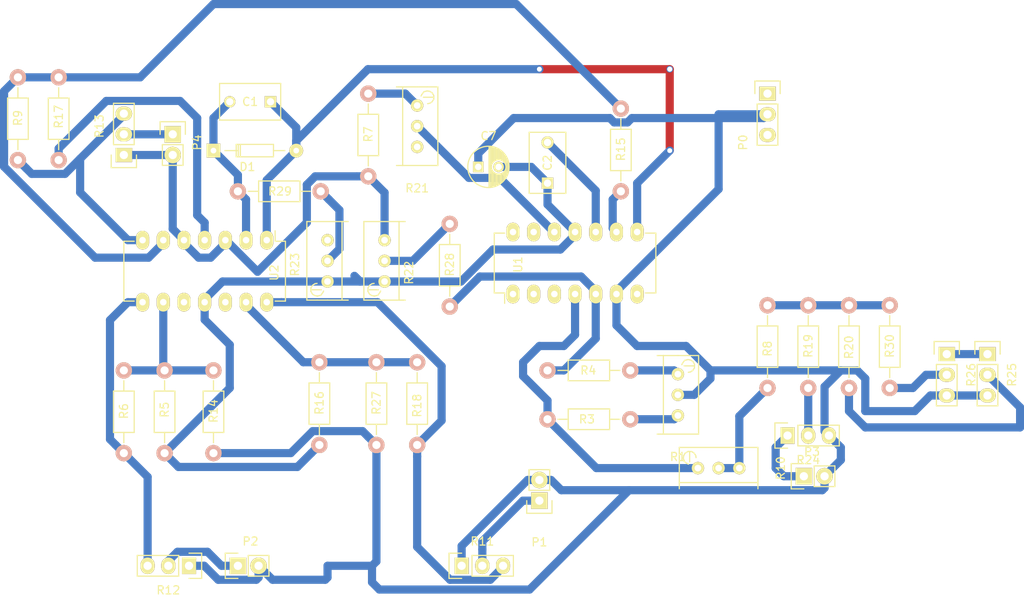
<source format=kicad_pcb>
(kicad_pcb (version 20160815) (host pcbnew 201610040835+7277~55~ubuntu16.04.1-)

  (general
    (links 81)
    (no_connects 61)
    (area 59.600508 31.299999 185.700002 105.0925)
    (thickness 1.6)
    (drawings 0)
    (tracks 253)
    (zones 0)
    (modules 40)
    (nets 36)
  )

  (page A4)
  (layers
    (0 F.Cu signal)
    (31 B.Cu signal)
    (32 B.Adhes user)
    (33 F.Adhes user)
    (34 B.Paste user)
    (35 F.Paste user)
    (36 B.SilkS user)
    (37 F.SilkS user)
    (38 B.Mask user)
    (39 F.Mask user)
    (40 Dwgs.User user)
    (41 Cmts.User user)
    (42 Eco1.User user)
    (43 Eco2.User user)
    (44 Edge.Cuts user)
    (45 Margin user)
    (46 B.CrtYd user)
    (47 F.CrtYd user)
    (48 B.Fab user)
    (49 F.Fab user)
  )

  (setup
    (last_trace_width 1)
    (user_trace_width 0.5)
    (user_trace_width 1)
    (trace_clearance 0.2)
    (zone_clearance 0.508)
    (zone_45_only no)
    (trace_min 0.2)
    (segment_width 0.2)
    (edge_width 0.15)
    (via_size 0.8)
    (via_drill 0.4)
    (via_min_size 0.4)
    (via_min_drill 0.3)
    (user_via 0.8 0.6)
    (user_via 1 0.8)
    (uvia_size 0.3)
    (uvia_drill 0.1)
    (uvias_allowed no)
    (uvia_min_size 0.2)
    (uvia_min_drill 0.1)
    (pcb_text_width 0.3)
    (pcb_text_size 1.5 1.5)
    (mod_edge_width 0.15)
    (mod_text_size 1 1)
    (mod_text_width 0.15)
    (pad_size 1.5 1.5)
    (pad_drill 0.9)
    (pad_to_mask_clearance 0.2)
    (aux_axis_origin 0 0)
    (visible_elements FFFFFF7F)
    (pcbplotparams
      (layerselection 0x00030_ffffffff)
      (usegerberextensions false)
      (excludeedgelayer true)
      (linewidth 0.100000)
      (plotframeref false)
      (viasonmask false)
      (mode 1)
      (useauxorigin false)
      (hpglpennumber 1)
      (hpglpenspeed 20)
      (hpglpendiameter 15)
      (psnegative false)
      (psa4output false)
      (plotreference true)
      (plotvalue true)
      (plotinvisibletext false)
      (padsonsilk false)
      (subtractmaskfromsilk false)
      (outputformat 1)
      (mirror false)
      (drillshape 1)
      (scaleselection 1)
      (outputdirectory ""))
  )

  (net 0 "")
  (net 1 "Net-(C1-Pad1)")
  (net 2 "Net-(C1-Pad2)")
  (net 3 "Net-(C2-Pad2)")
  (net 4 -12V)
  (net 5 GND)
  (net 6 +12V)
  (net 7 "Net-(P1-Pad1)")
  (net 8 "Net-(P2-Pad1)")
  (net 9 "Net-(P3-Pad1)")
  (net 10 "Net-(P4-Pad1)")
  (net 11 "Net-(R1-Pad3)")
  (net 12 "Net-(R1-Pad1)")
  (net 13 "Net-(R10-Pad1)")
  (net 14 "Net-(R28-Pad2)")
  (net 15 "Net-(R14-Pad2)")
  (net 16 "Net-(R12-Pad3)")
  (net 17 "Net-(R21-Pad1)")
  (net 18 "Net-(R10-Pad2)")
  (net 19 "Net-(R15-Pad2)")
  (net 20 "Net-(R13-Pad3)")
  (net 21 "Net-(R11-Pad3)")
  (net 22 "Net-(R15-Pad1)")
  (net 23 "Net-(R16-Pad2)")
  (net 24 "Net-(R19-Pad1)")
  (net 25 "Net-(R20-Pad1)")
  (net 26 "Net-(R21-Pad2)")
  (net 27 "Net-(R22-Pad2)")
  (net 28 "Net-(R23-Pad2)")
  (net 29 "Net-(R26-Pad2)")
  (net 30 "Net-(U1-Pad14)")
  (net 31 "Net-(U1-Pad13)")
  (net 32 "Net-(U1-Pad7)")
  (net 33 "Net-(U1-Pad3)")
  (net 34 "Net-(U1-Pad2)")
  (net 35 "Net-(U1-Pad1)")

  (net_class Default "This is the default net class."
    (clearance 0.2)
    (trace_width 0.25)
    (via_dia 0.8)
    (via_drill 0.4)
    (uvia_dia 0.3)
    (uvia_drill 0.1)
    (diff_pair_gap 0.25)
    (diff_pair_width 0.2)
    (add_net +12V)
    (add_net -12V)
    (add_net GND)
    (add_net "Net-(C1-Pad1)")
    (add_net "Net-(C1-Pad2)")
    (add_net "Net-(C2-Pad2)")
    (add_net "Net-(P1-Pad1)")
    (add_net "Net-(P2-Pad1)")
    (add_net "Net-(P3-Pad1)")
    (add_net "Net-(P4-Pad1)")
    (add_net "Net-(R1-Pad1)")
    (add_net "Net-(R1-Pad3)")
    (add_net "Net-(R10-Pad1)")
    (add_net "Net-(R10-Pad2)")
    (add_net "Net-(R11-Pad3)")
    (add_net "Net-(R12-Pad3)")
    (add_net "Net-(R13-Pad3)")
    (add_net "Net-(R14-Pad2)")
    (add_net "Net-(R15-Pad1)")
    (add_net "Net-(R15-Pad2)")
    (add_net "Net-(R16-Pad2)")
    (add_net "Net-(R19-Pad1)")
    (add_net "Net-(R20-Pad1)")
    (add_net "Net-(R21-Pad1)")
    (add_net "Net-(R21-Pad2)")
    (add_net "Net-(R22-Pad2)")
    (add_net "Net-(R23-Pad2)")
    (add_net "Net-(R26-Pad2)")
    (add_net "Net-(R28-Pad2)")
    (add_net "Net-(U1-Pad1)")
    (add_net "Net-(U1-Pad13)")
    (add_net "Net-(U1-Pad14)")
    (add_net "Net-(U1-Pad2)")
    (add_net "Net-(U1-Pad3)")
    (add_net "Net-(U1-Pad7)")
  )

  (module Capacitors_ThroughHole:C_Disc_D7.5_P5 (layer F.Cu) (tedit 57F79A85) (tstamp 57F79B86)
    (at 93 44 180)
    (descr "Capacitor 7.5mm Disc, Pitch 5mm")
    (tags Capacitor)
    (path /57F81FC9)
    (fp_text reference C1 (at 2.5 0 180) (layer F.SilkS)
      (effects (font (size 1 1) (thickness 0.15)))
    )
    (fp_text value 0.001u (at 2 -3 180) (layer F.Fab)
      (effects (font (size 1 1) (thickness 0.15)))
    )
    (fp_line (start -1.25 2.25) (end -1.25 -2.25) (layer F.SilkS) (width 0.15))
    (fp_line (start 6.25 2.25) (end -1.25 2.25) (layer F.SilkS) (width 0.15))
    (fp_line (start 6.25 -2.25) (end 6.25 2.25) (layer F.SilkS) (width 0.15))
    (fp_line (start -1.25 -2.25) (end 6.25 -2.25) (layer F.SilkS) (width 0.15))
    (fp_line (start -1.5 2.5) (end -1.5 -2.5) (layer F.CrtYd) (width 0.05))
    (fp_line (start 6.5 2.5) (end -1.5 2.5) (layer F.CrtYd) (width 0.05))
    (fp_line (start 6.5 -2.5) (end 6.5 2.5) (layer F.CrtYd) (width 0.05))
    (fp_line (start -1.5 -2.5) (end 6.5 -2.5) (layer F.CrtYd) (width 0.05))
    (pad 1 thru_hole rect (at 0 0 180) (size 1.4 1.4) (drill 0.9) (layers *.Cu *.Mask F.SilkS)
      (net 1 "Net-(C1-Pad1)"))
    (pad 2 thru_hole circle (at 5 0 180) (size 1.4 1.4) (drill 0.9) (layers *.Cu *.Mask F.SilkS)
      (net 2 "Net-(C1-Pad2)"))
    (model Capacitors_ThroughHole.3dshapes/C_Disc_D7.5_P5.wrl
      (at (xyz 0.0984252 0 0))
      (scale (xyz 1 1 1))
      (rotate (xyz 0 0 0))
    )
  )

  (module Capacitors_ThroughHole:C_Disc_D7.5_P5 (layer F.Cu) (tedit 57F7ACF8) (tstamp 57F79B8C)
    (at 127 54 90)
    (descr "Capacitor 7.5mm Disc, Pitch 5mm")
    (tags Capacitor)
    (path /57F7DA7C)
    (fp_text reference C2 (at 2.5 0 90) (layer F.SilkS)
      (effects (font (size 1 1) (thickness 0.15)))
    )
    (fp_text value 4.7n (at 2.5 3.5 90) (layer F.Fab)
      (effects (font (size 1 1) (thickness 0.15)))
    )
    (fp_line (start -1.5 -2.5) (end 6.5 -2.5) (layer F.CrtYd) (width 0.05))
    (fp_line (start 6.5 -2.5) (end 6.5 2.5) (layer F.CrtYd) (width 0.05))
    (fp_line (start 6.5 2.5) (end -1.5 2.5) (layer F.CrtYd) (width 0.05))
    (fp_line (start -1.5 2.5) (end -1.5 -2.5) (layer F.CrtYd) (width 0.05))
    (fp_line (start -1.25 -2.25) (end 6.25 -2.25) (layer F.SilkS) (width 0.15))
    (fp_line (start 6.25 -2.25) (end 6.25 2.25) (layer F.SilkS) (width 0.15))
    (fp_line (start 6.25 2.25) (end -1.25 2.25) (layer F.SilkS) (width 0.15))
    (fp_line (start -1.25 2.25) (end -1.25 -2.25) (layer F.SilkS) (width 0.15))
    (pad 2 thru_hole circle (at 5 0 90) (size 1.5 1.5) (drill 0.9) (layers *.Cu *.Mask F.SilkS)
      (net 3 "Net-(C2-Pad2)"))
    (pad 1 thru_hole rect (at 0 0 90) (size 1.4 1.4) (drill 0.9) (layers *.Cu *.Mask F.SilkS)
      (net 4 -12V))
    (model Capacitors_ThroughHole.3dshapes/C_Disc_D7.5_P5.wrl
      (at (xyz 0.0984252 0 0))
      (scale (xyz 1 1 1))
      (rotate (xyz 0 0 0))
    )
  )

  (module Capacitors_ThroughHole:C_Radial_D5_L6_P2.5 (layer F.Cu) (tedit 57F79A85) (tstamp 57F79B92)
    (at 118.5 52)
    (descr "Radial Electrolytic Capacitor Diameter 5mm x Length 6mm, Pitch 2.5mm")
    (tags "Electrolytic Capacitor")
    (path /57F7DB04)
    (fp_text reference C7 (at 1.25 -3.8) (layer F.SilkS)
      (effects (font (size 1 1) (thickness 0.15)))
    )
    (fp_text value 4.7u (at 1.25 3.8) (layer F.Fab)
      (effects (font (size 1 1) (thickness 0.15)))
    )
    (fp_circle (center 1.25 0) (end 1.25 -2.8) (layer F.CrtYd) (width 0.05))
    (fp_circle (center 1.25 0) (end 1.25 -2.5375) (layer F.SilkS) (width 0.15))
    (fp_circle (center 2.5 0) (end 2.5 -0.9) (layer F.SilkS) (width 0.15))
    (fp_line (start 3.705 -0.472) (end 3.705 0.472) (layer F.SilkS) (width 0.15))
    (fp_line (start 3.565 -0.944) (end 3.565 0.944) (layer F.SilkS) (width 0.15))
    (fp_line (start 3.425 -1.233) (end 3.425 1.233) (layer F.SilkS) (width 0.15))
    (fp_line (start 3.285 0.44) (end 3.285 1.452) (layer F.SilkS) (width 0.15))
    (fp_line (start 3.285 -1.452) (end 3.285 -0.44) (layer F.SilkS) (width 0.15))
    (fp_line (start 3.145 0.628) (end 3.145 1.631) (layer F.SilkS) (width 0.15))
    (fp_line (start 3.145 -1.631) (end 3.145 -0.628) (layer F.SilkS) (width 0.15))
    (fp_line (start 3.005 0.745) (end 3.005 1.78) (layer F.SilkS) (width 0.15))
    (fp_line (start 3.005 -1.78) (end 3.005 -0.745) (layer F.SilkS) (width 0.15))
    (fp_line (start 2.865 0.823) (end 2.865 1.908) (layer F.SilkS) (width 0.15))
    (fp_line (start 2.865 -1.908) (end 2.865 -0.823) (layer F.SilkS) (width 0.15))
    (fp_line (start 2.725 0.871) (end 2.725 2.019) (layer F.SilkS) (width 0.15))
    (fp_line (start 2.725 -2.019) (end 2.725 -0.871) (layer F.SilkS) (width 0.15))
    (fp_line (start 2.585 0.896) (end 2.585 2.114) (layer F.SilkS) (width 0.15))
    (fp_line (start 2.585 -2.114) (end 2.585 -0.896) (layer F.SilkS) (width 0.15))
    (fp_line (start 2.445 0.898) (end 2.445 2.196) (layer F.SilkS) (width 0.15))
    (fp_line (start 2.445 -2.196) (end 2.445 -0.898) (layer F.SilkS) (width 0.15))
    (fp_line (start 2.305 0.879) (end 2.305 2.266) (layer F.SilkS) (width 0.15))
    (fp_line (start 2.305 -2.266) (end 2.305 -0.879) (layer F.SilkS) (width 0.15))
    (fp_line (start 2.165 0.835) (end 2.165 2.327) (layer F.SilkS) (width 0.15))
    (fp_line (start 2.165 -2.327) (end 2.165 -0.835) (layer F.SilkS) (width 0.15))
    (fp_line (start 2.025 0.764) (end 2.025 2.377) (layer F.SilkS) (width 0.15))
    (fp_line (start 2.025 -2.377) (end 2.025 -0.764) (layer F.SilkS) (width 0.15))
    (fp_line (start 1.885 0.657) (end 1.885 2.418) (layer F.SilkS) (width 0.15))
    (fp_line (start 1.885 -2.418) (end 1.885 -0.657) (layer F.SilkS) (width 0.15))
    (fp_line (start 1.745 0.49) (end 1.745 2.451) (layer F.SilkS) (width 0.15))
    (fp_line (start 1.745 -2.451) (end 1.745 -0.49) (layer F.SilkS) (width 0.15))
    (fp_line (start 1.605 0.095) (end 1.605 2.475) (layer F.SilkS) (width 0.15))
    (fp_line (start 1.605 -2.475) (end 1.605 -0.095) (layer F.SilkS) (width 0.15))
    (fp_line (start 1.465 -2.491) (end 1.465 2.491) (layer F.SilkS) (width 0.15))
    (fp_line (start 1.325 -2.499) (end 1.325 2.499) (layer F.SilkS) (width 0.15))
    (pad 1 thru_hole rect (at 0 0) (size 1.3 1.3) (drill 0.8) (layers *.Cu *.Mask F.SilkS)
      (net 5 GND))
    (pad 2 thru_hole circle (at 2.5 0) (size 1.3 1.3) (drill 0.8) (layers *.Cu *.Mask F.SilkS)
      (net 4 -12V))
    (model Capacitors_ThroughHole.3dshapes/C_Radial_D5_L6_P2.5.wrl
      (at (xyz 0.0492126 0 0))
      (scale (xyz 1 1 1))
      (rotate (xyz 0 0 90))
    )
  )

  (module Diodes_ThroughHole:Diode_DO-35_SOD27_Horizontal_RM10 (layer F.Cu) (tedit 57F79A85) (tstamp 57F79B98)
    (at 85.99948 50.00254)
    (descr "Diode, DO-35,  SOD27, Horizontal, RM 10mm")
    (tags "Diode, DO-35, SOD27, Horizontal, RM 10mm, 1N4148,")
    (path /57F81CB4)
    (fp_text reference D1 (at 4.1605 1.9975) (layer F.SilkS)
      (effects (font (size 1 1) (thickness 0.15)))
    )
    (fp_text value 1N4148 (at 5.1605 -2.0025) (layer F.Fab)
      (effects (font (size 1 1) (thickness 0.15)))
    )
    (fp_line (start 2.79452 -0.76454) (end 2.79452 -0.00254) (layer F.SilkS) (width 0.15))
    (fp_line (start 7.36652 -0.76454) (end 2.79452 -0.76454) (layer F.SilkS) (width 0.15))
    (fp_line (start 7.36652 0.75946) (end 7.36652 -0.76454) (layer F.SilkS) (width 0.15))
    (fp_line (start 2.79452 0.75946) (end 7.36652 0.75946) (layer F.SilkS) (width 0.15))
    (fp_line (start 2.79452 -0.00254) (end 2.79452 0.75946) (layer F.SilkS) (width 0.15))
    (fp_line (start 3.04852 -0.76454) (end 3.04852 0.75946) (layer F.SilkS) (width 0.15))
    (fp_line (start 3.30252 -0.76454) (end 3.30252 0.75946) (layer F.SilkS) (width 0.15))
    (fp_line (start 2.92152 -0.00254) (end 1.39752 -0.00254) (layer F.SilkS) (width 0.15))
    (fp_line (start 7.36652 -0.00254) (end 8.76352 -0.00254) (layer F.SilkS) (width 0.15))
    (pad 2 thru_hole circle (at 10.16052 -0.00254 180) (size 1.69926 1.69926) (drill 0.70104) (layers *.Cu *.Mask F.SilkS)
      (net 1 "Net-(C1-Pad1)"))
    (pad 1 thru_hole rect (at 0.00052 -0.00254 180) (size 1.69926 1.69926) (drill 0.70104) (layers *.Cu *.Mask F.SilkS)
      (net 2 "Net-(C1-Pad2)"))
    (model Diodes_ThroughHole.3dshapes/Diode_DO-35_SOD27_Horizontal_RM10.wrl
      (at (xyz 0.2 0 0))
      (scale (xyz 0.4 0.4 0.4))
      (rotate (xyz 0 0 180))
    )
  )

  (module Pin_Headers:Pin_Header_Straight_1x03 (layer F.Cu) (tedit 57F79A85) (tstamp 57F79B9F)
    (at 154 43)
    (descr "Through hole pin header")
    (tags "pin header")
    (path /57F8DB67)
    (fp_text reference P0 (at -3 6 90) (layer F.SilkS)
      (effects (font (size 1 1) (thickness 0.15)))
    )
    (fp_text value POWER (at -3 2 90) (layer F.Fab)
      (effects (font (size 1 1) (thickness 0.15)))
    )
    (fp_line (start -1.55 -1.55) (end 1.55 -1.55) (layer F.SilkS) (width 0.15))
    (fp_line (start -1.55 0) (end -1.55 -1.55) (layer F.SilkS) (width 0.15))
    (fp_line (start 1.27 1.27) (end -1.27 1.27) (layer F.SilkS) (width 0.15))
    (fp_line (start 1.55 -1.55) (end 1.55 0) (layer F.SilkS) (width 0.15))
    (fp_line (start 1.27 6.35) (end 1.27 1.27) (layer F.SilkS) (width 0.15))
    (fp_line (start -1.27 6.35) (end 1.27 6.35) (layer F.SilkS) (width 0.15))
    (fp_line (start -1.27 1.27) (end -1.27 6.35) (layer F.SilkS) (width 0.15))
    (fp_line (start -1.75 6.85) (end 1.75 6.85) (layer F.CrtYd) (width 0.05))
    (fp_line (start -1.75 -1.75) (end 1.75 -1.75) (layer F.CrtYd) (width 0.05))
    (fp_line (start 1.75 -1.75) (end 1.75 6.85) (layer F.CrtYd) (width 0.05))
    (fp_line (start -1.75 -1.75) (end -1.75 6.85) (layer F.CrtYd) (width 0.05))
    (pad 1 thru_hole rect (at 0 0) (size 2.032 1.7272) (drill 1.016) (layers *.Cu *.Mask F.SilkS)
      (net 6 +12V))
    (pad 2 thru_hole oval (at 0 2.54) (size 2.032 1.7272) (drill 1.016) (layers *.Cu *.Mask F.SilkS)
      (net 5 GND))
    (pad 3 thru_hole oval (at 0 5.08) (size 2.032 1.7272) (drill 1.016) (layers *.Cu *.Mask F.SilkS)
      (net 4 -12V))
    (model Pin_Headers.3dshapes/Pin_Header_Straight_1x03.wrl
      (at (xyz 0 -0.1 0))
      (scale (xyz 1 1 1))
      (rotate (xyz 0 0 90))
    )
  )

  (module Pin_Headers:Pin_Header_Straight_1x02 (layer F.Cu) (tedit 57F79A85) (tstamp 57F79BA5)
    (at 126 93 180)
    (descr "Through hole pin header")
    (tags "pin header")
    (path /57F79A80)
    (fp_text reference P1 (at 0 -5.1 180) (layer F.SilkS)
      (effects (font (size 1 1) (thickness 0.15)))
    )
    (fp_text value TRI_OUT (at 0 -3.1 180) (layer F.Fab)
      (effects (font (size 1 1) (thickness 0.15)))
    )
    (fp_line (start -1.27 3.81) (end 1.27 3.81) (layer F.SilkS) (width 0.15))
    (fp_line (start -1.27 1.27) (end -1.27 3.81) (layer F.SilkS) (width 0.15))
    (fp_line (start -1.55 -1.55) (end 1.55 -1.55) (layer F.SilkS) (width 0.15))
    (fp_line (start -1.55 0) (end -1.55 -1.55) (layer F.SilkS) (width 0.15))
    (fp_line (start 1.27 1.27) (end -1.27 1.27) (layer F.SilkS) (width 0.15))
    (fp_line (start -1.75 4.3) (end 1.75 4.3) (layer F.CrtYd) (width 0.05))
    (fp_line (start -1.75 -1.75) (end 1.75 -1.75) (layer F.CrtYd) (width 0.05))
    (fp_line (start 1.75 -1.75) (end 1.75 4.3) (layer F.CrtYd) (width 0.05))
    (fp_line (start -1.75 -1.75) (end -1.75 4.3) (layer F.CrtYd) (width 0.05))
    (fp_line (start 1.55 -1.55) (end 1.55 0) (layer F.SilkS) (width 0.15))
    (fp_line (start 1.27 1.27) (end 1.27 3.81) (layer F.SilkS) (width 0.15))
    (pad 1 thru_hole rect (at 0 0 180) (size 2.032 2.032) (drill 1.016) (layers *.Cu *.Mask F.SilkS)
      (net 7 "Net-(P1-Pad1)"))
    (pad 2 thru_hole oval (at 0 2.54 180) (size 2.032 2.032) (drill 1.016) (layers *.Cu *.Mask F.SilkS)
      (net 5 GND))
    (model Pin_Headers.3dshapes/Pin_Header_Straight_1x02.wrl
      (at (xyz 0 -0.05 0))
      (scale (xyz 1 1 1))
      (rotate (xyz 0 0 90))
    )
  )

  (module Pin_Headers:Pin_Header_Straight_1x02 (layer F.Cu) (tedit 57F79A85) (tstamp 57F79BAB)
    (at 89 101 90)
    (descr "Through hole pin header")
    (tags "pin header")
    (path /57F7B8BD)
    (fp_text reference P2 (at 3 1.54 180) (layer F.SilkS)
      (effects (font (size 1 1) (thickness 0.15)))
    )
    (fp_text value SINE_OUT (at -3 0.54 180) (layer F.Fab)
      (effects (font (size 1 1) (thickness 0.15)))
    )
    (fp_line (start 1.27 1.27) (end 1.27 3.81) (layer F.SilkS) (width 0.15))
    (fp_line (start 1.55 -1.55) (end 1.55 0) (layer F.SilkS) (width 0.15))
    (fp_line (start -1.75 -1.75) (end -1.75 4.3) (layer F.CrtYd) (width 0.05))
    (fp_line (start 1.75 -1.75) (end 1.75 4.3) (layer F.CrtYd) (width 0.05))
    (fp_line (start -1.75 -1.75) (end 1.75 -1.75) (layer F.CrtYd) (width 0.05))
    (fp_line (start -1.75 4.3) (end 1.75 4.3) (layer F.CrtYd) (width 0.05))
    (fp_line (start 1.27 1.27) (end -1.27 1.27) (layer F.SilkS) (width 0.15))
    (fp_line (start -1.55 0) (end -1.55 -1.55) (layer F.SilkS) (width 0.15))
    (fp_line (start -1.55 -1.55) (end 1.55 -1.55) (layer F.SilkS) (width 0.15))
    (fp_line (start -1.27 1.27) (end -1.27 3.81) (layer F.SilkS) (width 0.15))
    (fp_line (start -1.27 3.81) (end 1.27 3.81) (layer F.SilkS) (width 0.15))
    (pad 2 thru_hole oval (at 0 2.54 90) (size 2.032 2.032) (drill 1.016) (layers *.Cu *.Mask F.SilkS)
      (net 5 GND))
    (pad 1 thru_hole rect (at 0 0 90) (size 2.032 2.032) (drill 1.016) (layers *.Cu *.Mask F.SilkS)
      (net 8 "Net-(P2-Pad1)"))
    (model Pin_Headers.3dshapes/Pin_Header_Straight_1x02.wrl
      (at (xyz 0 -0.05 0))
      (scale (xyz 1 1 1))
      (rotate (xyz 0 0 90))
    )
  )

  (module Pin_Headers:Pin_Header_Straight_1x02 (layer F.Cu) (tedit 57F79A85) (tstamp 57F79BB1)
    (at 158.46 90 90)
    (descr "Through hole pin header")
    (tags "pin header")
    (path /57F88E34)
    (fp_text reference P3 (at 3 1 180) (layer F.SilkS)
      (effects (font (size 1 1) (thickness 0.15)))
    )
    (fp_text value SWEEP (at -3 1 180) (layer F.Fab)
      (effects (font (size 1 1) (thickness 0.15)))
    )
    (fp_line (start 1.27 1.27) (end 1.27 3.81) (layer F.SilkS) (width 0.15))
    (fp_line (start 1.55 -1.55) (end 1.55 0) (layer F.SilkS) (width 0.15))
    (fp_line (start -1.75 -1.75) (end -1.75 4.3) (layer F.CrtYd) (width 0.05))
    (fp_line (start 1.75 -1.75) (end 1.75 4.3) (layer F.CrtYd) (width 0.05))
    (fp_line (start -1.75 -1.75) (end 1.75 -1.75) (layer F.CrtYd) (width 0.05))
    (fp_line (start -1.75 4.3) (end 1.75 4.3) (layer F.CrtYd) (width 0.05))
    (fp_line (start 1.27 1.27) (end -1.27 1.27) (layer F.SilkS) (width 0.15))
    (fp_line (start -1.55 0) (end -1.55 -1.55) (layer F.SilkS) (width 0.15))
    (fp_line (start -1.55 -1.55) (end 1.55 -1.55) (layer F.SilkS) (width 0.15))
    (fp_line (start -1.27 1.27) (end -1.27 3.81) (layer F.SilkS) (width 0.15))
    (fp_line (start -1.27 3.81) (end 1.27 3.81) (layer F.SilkS) (width 0.15))
    (pad 2 thru_hole oval (at 0 2.54 90) (size 2.032 2.032) (drill 1.016) (layers *.Cu *.Mask F.SilkS)
      (net 5 GND))
    (pad 1 thru_hole rect (at 0 0 90) (size 2.032 2.032) (drill 1.016) (layers *.Cu *.Mask F.SilkS)
      (net 9 "Net-(P3-Pad1)"))
    (model Pin_Headers.3dshapes/Pin_Header_Straight_1x02.wrl
      (at (xyz 0 -0.05 0))
      (scale (xyz 1 1 1))
      (rotate (xyz 0 0 90))
    )
  )

  (module Pin_Headers:Pin_Header_Straight_1x02 (layer F.Cu) (tedit 57F79A85) (tstamp 57F79BB7)
    (at 81 48)
    (descr "Through hole pin header")
    (tags "pin header")
    (path /57F7F52F)
    (fp_text reference P4 (at 3 1 90) (layer F.SilkS)
      (effects (font (size 1 1) (thickness 0.15)))
    )
    (fp_text value SQUARE_OUT (at -3 1 90) (layer F.Fab)
      (effects (font (size 1 1) (thickness 0.15)))
    )
    (fp_line (start -1.27 3.81) (end 1.27 3.81) (layer F.SilkS) (width 0.15))
    (fp_line (start -1.27 1.27) (end -1.27 3.81) (layer F.SilkS) (width 0.15))
    (fp_line (start -1.55 -1.55) (end 1.55 -1.55) (layer F.SilkS) (width 0.15))
    (fp_line (start -1.55 0) (end -1.55 -1.55) (layer F.SilkS) (width 0.15))
    (fp_line (start 1.27 1.27) (end -1.27 1.27) (layer F.SilkS) (width 0.15))
    (fp_line (start -1.75 4.3) (end 1.75 4.3) (layer F.CrtYd) (width 0.05))
    (fp_line (start -1.75 -1.75) (end 1.75 -1.75) (layer F.CrtYd) (width 0.05))
    (fp_line (start 1.75 -1.75) (end 1.75 4.3) (layer F.CrtYd) (width 0.05))
    (fp_line (start -1.75 -1.75) (end -1.75 4.3) (layer F.CrtYd) (width 0.05))
    (fp_line (start 1.55 -1.55) (end 1.55 0) (layer F.SilkS) (width 0.15))
    (fp_line (start 1.27 1.27) (end 1.27 3.81) (layer F.SilkS) (width 0.15))
    (pad 1 thru_hole rect (at 0 0) (size 2.032 2.032) (drill 1.016) (layers *.Cu *.Mask F.SilkS)
      (net 10 "Net-(P4-Pad1)"))
    (pad 2 thru_hole oval (at 0 2.54) (size 2.032 2.032) (drill 1.016) (layers *.Cu *.Mask F.SilkS)
      (net 5 GND))
    (model Pin_Headers.3dshapes/Pin_Header_Straight_1x02.wrl
      (at (xyz 0 -0.05 0))
      (scale (xyz 1 1 1))
      (rotate (xyz 0 0 90))
    )
  )

  (module Potentiometers:Potentiometer_Bourns_3296W_3-8Zoll_Inline_ScrewUp (layer F.Cu) (tedit 57F8B917) (tstamp 57F79BCF)
    (at 143 77.46 180)
    (descr "3296, 3/8, Square, Trimpot, Trimming, Potentiometer, Bourns")
    (tags "3296, 3/8, Square, Trimpot, Trimming, Potentiometer, Bourns")
    (path /57F5F42A)
    (fp_text reference R1 (at 0 -10.16 180) (layer F.SilkS)
      (effects (font (size 1 1) (thickness 0.15)))
    )
    (fp_text value 1K (at 1.27 5.08 180) (layer F.Fab)
      (effects (font (size 1 1) (thickness 0.15)))
    )
    (fp_line (start 0 2.286) (end -1.27 2.286) (layer F.SilkS) (width 0.15))
    (fp_line (start 2.54 2.286) (end 0 2.286) (layer F.SilkS) (width 0.15))
    (fp_line (start -2.54 -7.366) (end 2.54 -7.366) (layer F.SilkS) (width 0.15))
    (fp_line (start -2.54 2.286) (end -2.54 -7.366) (layer F.SilkS) (width 0.15))
    (fp_line (start -1.27 2.286) (end -2.54 2.286) (layer F.SilkS) (width 0.15))
    (fp_line (start 1.778 -7.366) (end 1.778 2.286) (layer F.SilkS) (width 0.15))
    (fp_line (start -0.5715 1.3462) (end -0.4826 1.1684) (layer F.SilkS) (width 0.15))
    (fp_line (start -0.8255 1.6891) (end -0.5715 1.3462) (layer F.SilkS) (width 0.15))
    (fp_line (start -1.2319 1.7907) (end -0.8255 1.6891) (layer F.SilkS) (width 0.15))
    (fp_line (start -1.5494 1.7399) (end -1.2319 1.7907) (layer F.SilkS) (width 0.15))
    (fp_line (start -1.8415 1.5621) (end -1.5494 1.7399) (layer F.SilkS) (width 0.15))
    (fp_line (start -2.0447 1.2065) (end -1.8415 1.5621) (layer F.SilkS) (width 0.15))
    (fp_line (start -2.032 0.762) (end -2.0447 1.2065) (layer F.SilkS) (width 0.15))
    (fp_line (start -1.8161 0.4445) (end -2.032 0.762) (layer F.SilkS) (width 0.15))
    (fp_line (start -1.5367 0.2667) (end -1.8161 0.4445) (layer F.SilkS) (width 0.15))
    (fp_line (start -1.2827 0.2286) (end -1.5367 0.2667) (layer F.SilkS) (width 0.15))
    (fp_line (start -2.032 1.016) (end -0.762 1.016) (layer F.SilkS) (width 0.15))
    (pad 2 thru_hole circle (at 0 -2.54 180) (size 1.524 1.524) (drill 0.8128) (layers *.Cu *.Mask F.SilkS)
      (net 5 GND))
    (pad 3 thru_hole circle (at 0 -5.08 180) (size 1.524 1.524) (drill 0.8128) (layers *.Cu *.Mask F.SilkS)
      (net 11 "Net-(R1-Pad3)"))
    (pad 1 thru_hole circle (at 0 0 180) (size 1.524 1.524) (drill 0.8128) (layers *.Cu *.Mask F.SilkS)
      (net 12 "Net-(R1-Pad1)"))
    (model Potentiometers.3dshapes/Potentiometer_Bourns_3296W_3-8Zoll_Inline_ScrewUp.wrl
      (at (xyz 0 0 0))
      (scale (xyz 1 1 1))
      (rotate (xyz 0 0 0))
    )
  )

  (module Resistors_ThroughHole:Resistor_Horizontal_RM10mm (layer F.Cu) (tedit 57F79A85) (tstamp 57F79BD5)
    (at 137.16 83 180)
    (descr "Resistor, Axial,  RM 10mm, 1/3W")
    (tags "Resistor Axial RM 10mm 1/3W")
    (path /57F789B3)
    (fp_text reference R3 (at 5.32892 0 180) (layer F.SilkS)
      (effects (font (size 1 1) (thickness 0.15)))
    )
    (fp_text value 1.5K (at 5.08 -2 180) (layer F.Fab)
      (effects (font (size 1 1) (thickness 0.15)))
    )
    (fp_line (start -1.25 -1.5) (end 11.4 -1.5) (layer F.CrtYd) (width 0.05))
    (fp_line (start -1.25 1.5) (end -1.25 -1.5) (layer F.CrtYd) (width 0.05))
    (fp_line (start 11.4 -1.5) (end 11.4 1.5) (layer F.CrtYd) (width 0.05))
    (fp_line (start -1.25 1.5) (end 11.4 1.5) (layer F.CrtYd) (width 0.05))
    (fp_line (start 2.54 -1.27) (end 7.62 -1.27) (layer F.SilkS) (width 0.15))
    (fp_line (start 7.62 -1.27) (end 7.62 1.27) (layer F.SilkS) (width 0.15))
    (fp_line (start 7.62 1.27) (end 2.54 1.27) (layer F.SilkS) (width 0.15))
    (fp_line (start 2.54 1.27) (end 2.54 -1.27) (layer F.SilkS) (width 0.15))
    (fp_line (start 2.54 0) (end 1.27 0) (layer F.SilkS) (width 0.15))
    (fp_line (start 7.62 0) (end 8.89 0) (layer F.SilkS) (width 0.15))
    (pad 2 thru_hole circle (at 10.16 0 180) (size 1.99898 1.99898) (drill 1.00076) (layers *.Cu *.SilkS *.Mask)
      (net 13 "Net-(R10-Pad1)"))
    (pad 1 thru_hole circle (at 0 0 180) (size 1.99898 1.99898) (drill 1.00076) (layers *.Cu *.SilkS *.Mask)
      (net 11 "Net-(R1-Pad3)"))
    (model Resistors_ThroughHole.3dshapes/Resistor_Horizontal_RM10mm.wrl
      (at (xyz 0.2 0 0))
      (scale (xyz 0.4 0.4 0.4))
      (rotate (xyz 0 0 0))
    )
  )

  (module Resistors_ThroughHole:Resistor_Horizontal_RM10mm (layer F.Cu) (tedit 57F79A85) (tstamp 57F79BDB)
    (at 127 77)
    (descr "Resistor, Axial,  RM 10mm, 1/3W")
    (tags "Resistor Axial RM 10mm 1/3W")
    (path /57F78014)
    (fp_text reference R4 (at 5 0) (layer F.SilkS)
      (effects (font (size 1 1) (thickness 0.15)))
    )
    (fp_text value 1.5K (at 5 2) (layer F.Fab)
      (effects (font (size 1 1) (thickness 0.15)))
    )
    (fp_line (start -1.25 -1.5) (end 11.4 -1.5) (layer F.CrtYd) (width 0.05))
    (fp_line (start -1.25 1.5) (end -1.25 -1.5) (layer F.CrtYd) (width 0.05))
    (fp_line (start 11.4 -1.5) (end 11.4 1.5) (layer F.CrtYd) (width 0.05))
    (fp_line (start -1.25 1.5) (end 11.4 1.5) (layer F.CrtYd) (width 0.05))
    (fp_line (start 2.54 -1.27) (end 7.62 -1.27) (layer F.SilkS) (width 0.15))
    (fp_line (start 7.62 -1.27) (end 7.62 1.27) (layer F.SilkS) (width 0.15))
    (fp_line (start 7.62 1.27) (end 2.54 1.27) (layer F.SilkS) (width 0.15))
    (fp_line (start 2.54 1.27) (end 2.54 -1.27) (layer F.SilkS) (width 0.15))
    (fp_line (start 2.54 0) (end 1.27 0) (layer F.SilkS) (width 0.15))
    (fp_line (start 7.62 0) (end 8.89 0) (layer F.SilkS) (width 0.15))
    (pad 2 thru_hole circle (at 10.16 0) (size 1.99898 1.99898) (drill 1.00076) (layers *.Cu *.SilkS *.Mask)
      (net 12 "Net-(R1-Pad1)"))
    (pad 1 thru_hole circle (at 0 0) (size 1.99898 1.99898) (drill 1.00076) (layers *.Cu *.SilkS *.Mask)
      (net 14 "Net-(R28-Pad2)"))
    (model Resistors_ThroughHole.3dshapes/Resistor_Horizontal_RM10mm.wrl
      (at (xyz 0.2 0 0))
      (scale (xyz 0.4 0.4 0.4))
      (rotate (xyz 0 0 0))
    )
  )

  (module Resistors_ThroughHole:Resistor_Horizontal_RM10mm (layer F.Cu) (tedit 57F7AB6A) (tstamp 57F79BE1)
    (at 80 87.16 90)
    (descr "Resistor, Axial,  RM 10mm, 1/3W")
    (tags "Resistor Axial RM 10mm 1/3W")
    (path /57F7B8E1)
    (fp_text reference R5 (at 5.32892 0 90) (layer F.SilkS)
      (effects (font (size 1 1) (thickness 0.15)))
    )
    (fp_text value 5.6K (at 5.16 2 90) (layer F.Fab)
      (effects (font (size 1 1) (thickness 0.15)))
    )
    (fp_line (start 7.62 0) (end 8.89 0) (layer F.SilkS) (width 0.15))
    (fp_line (start 2.54 0) (end 1.27 0) (layer F.SilkS) (width 0.15))
    (fp_line (start 2.54 1.27) (end 2.54 -1.27) (layer F.SilkS) (width 0.15))
    (fp_line (start 7.62 1.27) (end 2.54 1.27) (layer F.SilkS) (width 0.15))
    (fp_line (start 7.62 -1.27) (end 7.62 1.27) (layer F.SilkS) (width 0.15))
    (fp_line (start 2.54 -1.27) (end 7.62 -1.27) (layer F.SilkS) (width 0.15))
    (fp_line (start -1.25 1.5) (end 11.4 1.5) (layer F.CrtYd) (width 0.05))
    (fp_line (start 11.4 -1.5) (end 11.4 1.5) (layer F.CrtYd) (width 0.05))
    (fp_line (start -1.25 1.5) (end -1.25 -1.5) (layer F.CrtYd) (width 0.05))
    (fp_line (start -1.25 -1.5) (end 11.4 -1.5) (layer F.CrtYd) (width 0.05))
    (pad 1 thru_hole circle (at 0 0 90) (size 1.99898 1.99898) (drill 1.00076) (layers *.Cu *.SilkS *.Mask)
      (net 4 -12V))
    (pad 2 thru_hole circle (at 10.16 0 90) (size 1.99898 1.99898) (drill 1.00076) (layers *.Cu *.SilkS *.Mask)
      (net 15 "Net-(R14-Pad2)"))
    (model Resistors_ThroughHole.3dshapes/Resistor_Horizontal_RM10mm.wrl
      (at (xyz 0.2 0 0))
      (scale (xyz 0.4 0.4 0.4))
      (rotate (xyz 0 0 0))
    )
  )

  (module Resistors_ThroughHole:Resistor_Horizontal_RM10mm (layer F.Cu) (tedit 57F79A85) (tstamp 57F79BE7)
    (at 75 77 270)
    (descr "Resistor, Axial,  RM 10mm, 1/3W")
    (tags "Resistor Axial RM 10mm 1/3W")
    (path /57F7B8D5)
    (fp_text reference R6 (at 5 0 270) (layer F.SilkS)
      (effects (font (size 1 1) (thickness 0.15)))
    )
    (fp_text value 10K (at 5 -2 270) (layer F.Fab)
      (effects (font (size 1 1) (thickness 0.15)))
    )
    (fp_line (start -1.25 -1.5) (end 11.4 -1.5) (layer F.CrtYd) (width 0.05))
    (fp_line (start -1.25 1.5) (end -1.25 -1.5) (layer F.CrtYd) (width 0.05))
    (fp_line (start 11.4 -1.5) (end 11.4 1.5) (layer F.CrtYd) (width 0.05))
    (fp_line (start -1.25 1.5) (end 11.4 1.5) (layer F.CrtYd) (width 0.05))
    (fp_line (start 2.54 -1.27) (end 7.62 -1.27) (layer F.SilkS) (width 0.15))
    (fp_line (start 7.62 -1.27) (end 7.62 1.27) (layer F.SilkS) (width 0.15))
    (fp_line (start 7.62 1.27) (end 2.54 1.27) (layer F.SilkS) (width 0.15))
    (fp_line (start 2.54 1.27) (end 2.54 -1.27) (layer F.SilkS) (width 0.15))
    (fp_line (start 2.54 0) (end 1.27 0) (layer F.SilkS) (width 0.15))
    (fp_line (start 7.62 0) (end 8.89 0) (layer F.SilkS) (width 0.15))
    (pad 2 thru_hole circle (at 10.16 0 270) (size 1.99898 1.99898) (drill 1.00076) (layers *.Cu *.SilkS *.Mask)
      (net 16 "Net-(R12-Pad3)"))
    (pad 1 thru_hole circle (at 0 0 270) (size 1.99898 1.99898) (drill 1.00076) (layers *.Cu *.SilkS *.Mask)
      (net 15 "Net-(R14-Pad2)"))
    (model Resistors_ThroughHole.3dshapes/Resistor_Horizontal_RM10mm.wrl
      (at (xyz 0.2 0 0))
      (scale (xyz 0.4 0.4 0.4))
      (rotate (xyz 0 0 0))
    )
  )

  (module Resistors_ThroughHole:Resistor_Horizontal_RM10mm (layer F.Cu) (tedit 57F79A85) (tstamp 57F79BED)
    (at 105 43 270)
    (descr "Resistor, Axial,  RM 10mm, 1/3W")
    (tags "Resistor Axial RM 10mm 1/3W")
    (path /57F7C617)
    (fp_text reference R7 (at 5 0 270) (layer F.SilkS)
      (effects (font (size 1 1) (thickness 0.15)))
    )
    (fp_text value 10K (at 5 -2 270) (layer F.Fab)
      (effects (font (size 1 1) (thickness 0.15)))
    )
    (fp_line (start -1.25 -1.5) (end 11.4 -1.5) (layer F.CrtYd) (width 0.05))
    (fp_line (start -1.25 1.5) (end -1.25 -1.5) (layer F.CrtYd) (width 0.05))
    (fp_line (start 11.4 -1.5) (end 11.4 1.5) (layer F.CrtYd) (width 0.05))
    (fp_line (start -1.25 1.5) (end 11.4 1.5) (layer F.CrtYd) (width 0.05))
    (fp_line (start 2.54 -1.27) (end 7.62 -1.27) (layer F.SilkS) (width 0.15))
    (fp_line (start 7.62 -1.27) (end 7.62 1.27) (layer F.SilkS) (width 0.15))
    (fp_line (start 7.62 1.27) (end 2.54 1.27) (layer F.SilkS) (width 0.15))
    (fp_line (start 2.54 1.27) (end 2.54 -1.27) (layer F.SilkS) (width 0.15))
    (fp_line (start 2.54 0) (end 1.27 0) (layer F.SilkS) (width 0.15))
    (fp_line (start 7.62 0) (end 8.89 0) (layer F.SilkS) (width 0.15))
    (pad 2 thru_hole circle (at 10.16 0 270) (size 1.99898 1.99898) (drill 1.00076) (layers *.Cu *.SilkS *.Mask)
      (net 5 GND))
    (pad 1 thru_hole circle (at 0 0 270) (size 1.99898 1.99898) (drill 1.00076) (layers *.Cu *.SilkS *.Mask)
      (net 17 "Net-(R21-Pad1)"))
    (model Resistors_ThroughHole.3dshapes/Resistor_Horizontal_RM10mm.wrl
      (at (xyz 0.2 0 0))
      (scale (xyz 0.4 0.4 0.4))
      (rotate (xyz 0 0 0))
    )
  )

  (module Resistors_ThroughHole:Resistor_Horizontal_RM10mm (layer F.Cu) (tedit 57F79A85) (tstamp 57F79BF3)
    (at 154 69 270)
    (descr "Resistor, Axial,  RM 10mm, 1/3W")
    (tags "Resistor Axial RM 10mm 1/3W")
    (path /57F7D1BB)
    (fp_text reference R8 (at 5.32892 0 270) (layer F.SilkS)
      (effects (font (size 1 1) (thickness 0.15)))
    )
    (fp_text value 10K (at 5.16 -2 270) (layer F.Fab)
      (effects (font (size 1 1) (thickness 0.15)))
    )
    (fp_line (start 7.62 0) (end 8.89 0) (layer F.SilkS) (width 0.15))
    (fp_line (start 2.54 0) (end 1.27 0) (layer F.SilkS) (width 0.15))
    (fp_line (start 2.54 1.27) (end 2.54 -1.27) (layer F.SilkS) (width 0.15))
    (fp_line (start 7.62 1.27) (end 2.54 1.27) (layer F.SilkS) (width 0.15))
    (fp_line (start 7.62 -1.27) (end 7.62 1.27) (layer F.SilkS) (width 0.15))
    (fp_line (start 2.54 -1.27) (end 7.62 -1.27) (layer F.SilkS) (width 0.15))
    (fp_line (start -1.25 1.5) (end 11.4 1.5) (layer F.CrtYd) (width 0.05))
    (fp_line (start 11.4 -1.5) (end 11.4 1.5) (layer F.CrtYd) (width 0.05))
    (fp_line (start -1.25 1.5) (end -1.25 -1.5) (layer F.CrtYd) (width 0.05))
    (fp_line (start -1.25 -1.5) (end 11.4 -1.5) (layer F.CrtYd) (width 0.05))
    (pad 1 thru_hole circle (at 0 0 270) (size 1.99898 1.99898) (drill 1.00076) (layers *.Cu *.SilkS *.Mask)
      (net 2 "Net-(C1-Pad2)"))
    (pad 2 thru_hole circle (at 10.16 0 270) (size 1.99898 1.99898) (drill 1.00076) (layers *.Cu *.SilkS *.Mask)
      (net 18 "Net-(R10-Pad2)"))
    (model Resistors_ThroughHole.3dshapes/Resistor_Horizontal_RM10mm.wrl
      (at (xyz 0.2 0 0))
      (scale (xyz 0.4 0.4 0.4))
      (rotate (xyz 0 0 0))
    )
  )

  (module Resistors_ThroughHole:Resistor_Horizontal_RM10mm (layer F.Cu) (tedit 57F7B9F3) (tstamp 57F79BF9)
    (at 62 41 270)
    (descr "Resistor, Axial,  RM 10mm, 1/3W")
    (tags "Resistor Axial RM 10mm 1/3W")
    (path /57F7F547)
    (fp_text reference R9 (at 5 0 270) (layer F.SilkS)
      (effects (font (size 1 1) (thickness 0.15)))
    )
    (fp_text value 10K (at 5.08 -2 270) (layer F.Fab)
      (effects (font (size 1 1) (thickness 0.15)))
    )
    (fp_line (start 7.62 0) (end 8.89 0) (layer F.SilkS) (width 0.15))
    (fp_line (start 2.54 0) (end 1.27 0) (layer F.SilkS) (width 0.15))
    (fp_line (start 2.54 1.27) (end 2.54 -1.27) (layer F.SilkS) (width 0.15))
    (fp_line (start 7.62 1.27) (end 2.54 1.27) (layer F.SilkS) (width 0.15))
    (fp_line (start 7.62 -1.27) (end 7.62 1.27) (layer F.SilkS) (width 0.15))
    (fp_line (start 2.54 -1.27) (end 7.62 -1.27) (layer F.SilkS) (width 0.15))
    (fp_line (start -1.25 1.5) (end 11.4 1.5) (layer F.CrtYd) (width 0.05))
    (fp_line (start 11.4 -1.5) (end 11.4 1.5) (layer F.CrtYd) (width 0.05))
    (fp_line (start -1.25 1.5) (end -1.25 -1.5) (layer F.CrtYd) (width 0.05))
    (fp_line (start -1.25 -1.5) (end 11.4 -1.5) (layer F.CrtYd) (width 0.05))
    (pad 1 thru_hole circle (at 0 0 270) (size 1.99898 1.99898) (drill 1.00076) (layers *.Cu *.SilkS *.Mask)
      (net 19 "Net-(R15-Pad2)"))
    (pad 2 thru_hole circle (at 10.16 0 270) (size 1.99898 1.99898) (drill 1.00076) (layers *.Cu *.SilkS *.Mask)
      (net 20 "Net-(R13-Pad3)"))
    (model Resistors_ThroughHole.3dshapes/Resistor_Horizontal_RM10mm.wrl
      (at (xyz 0.2 0 0))
      (scale (xyz 0.4 0.4 0.4))
      (rotate (xyz 0 0 0))
    )
  )

  (module Potentiometers:Potentiometer_Bourns_3296W_3-8Zoll_Inline_ScrewUp (layer F.Cu) (tedit 57F79A85) (tstamp 57F79C11)
    (at 145.46 89 270)
    (descr "3296, 3/8, Square, Trimpot, Trimming, Potentiometer, Bourns")
    (tags "3296, 3/8, Square, Trimpot, Trimming, Potentiometer, Bourns")
    (path /57F77A57)
    (fp_text reference R10 (at 0 -10.16 270) (layer F.SilkS)
      (effects (font (size 1 1) (thickness 0.15)))
    )
    (fp_text value 10K (at 1.27 5.08 270) (layer F.Fab)
      (effects (font (size 1 1) (thickness 0.15)))
    )
    (fp_line (start 0 2.286) (end -1.27 2.286) (layer F.SilkS) (width 0.15))
    (fp_line (start 2.54 2.286) (end 0 2.286) (layer F.SilkS) (width 0.15))
    (fp_line (start -2.54 -7.366) (end 2.54 -7.366) (layer F.SilkS) (width 0.15))
    (fp_line (start -2.54 2.286) (end -2.54 -7.366) (layer F.SilkS) (width 0.15))
    (fp_line (start -1.27 2.286) (end -2.54 2.286) (layer F.SilkS) (width 0.15))
    (fp_line (start 1.778 -7.366) (end 1.778 2.286) (layer F.SilkS) (width 0.15))
    (fp_line (start -0.5715 1.3462) (end -0.4826 1.1684) (layer F.SilkS) (width 0.15))
    (fp_line (start -0.8255 1.6891) (end -0.5715 1.3462) (layer F.SilkS) (width 0.15))
    (fp_line (start -1.2319 1.7907) (end -0.8255 1.6891) (layer F.SilkS) (width 0.15))
    (fp_line (start -1.5494 1.7399) (end -1.2319 1.7907) (layer F.SilkS) (width 0.15))
    (fp_line (start -1.8415 1.5621) (end -1.5494 1.7399) (layer F.SilkS) (width 0.15))
    (fp_line (start -2.0447 1.2065) (end -1.8415 1.5621) (layer F.SilkS) (width 0.15))
    (fp_line (start -2.032 0.762) (end -2.0447 1.2065) (layer F.SilkS) (width 0.15))
    (fp_line (start -1.8161 0.4445) (end -2.032 0.762) (layer F.SilkS) (width 0.15))
    (fp_line (start -1.5367 0.2667) (end -1.8161 0.4445) (layer F.SilkS) (width 0.15))
    (fp_line (start -1.2827 0.2286) (end -1.5367 0.2667) (layer F.SilkS) (width 0.15))
    (fp_line (start -2.032 1.016) (end -0.762 1.016) (layer F.SilkS) (width 0.15))
    (pad 2 thru_hole circle (at 0 -2.54 270) (size 1.524 1.524) (drill 0.8128) (layers *.Cu *.Mask F.SilkS)
      (net 18 "Net-(R10-Pad2)"))
    (pad 3 thru_hole circle (at 0 -5.08 270) (size 1.524 1.524) (drill 0.8128) (layers *.Cu *.Mask F.SilkS)
      (net 18 "Net-(R10-Pad2)"))
    (pad 1 thru_hole circle (at 0 0 270) (size 1.524 1.524) (drill 0.8128) (layers *.Cu *.Mask F.SilkS)
      (net 13 "Net-(R10-Pad1)"))
    (model Potentiometers.3dshapes/Potentiometer_Bourns_3296W_3-8Zoll_Inline_ScrewUp.wrl
      (at (xyz 0 0 0))
      (scale (xyz 1 1 1))
      (rotate (xyz 0 0 0))
    )
  )

  (module Pin_Headers:Pin_Header_Straight_1x03 (layer F.Cu) (tedit 57F79A85) (tstamp 57F79C18)
    (at 116.46 101 90)
    (descr "Through hole pin header")
    (tags "pin header")
    (path /57F7974F)
    (fp_text reference R11 (at 3 2.54 180) (layer F.SilkS)
      (effects (font (size 1 1) (thickness 0.15)))
    )
    (fp_text value 10K (at -3 2.54 180) (layer F.Fab)
      (effects (font (size 1 1) (thickness 0.15)))
    )
    (fp_line (start -1.55 -1.55) (end 1.55 -1.55) (layer F.SilkS) (width 0.15))
    (fp_line (start -1.55 0) (end -1.55 -1.55) (layer F.SilkS) (width 0.15))
    (fp_line (start 1.27 1.27) (end -1.27 1.27) (layer F.SilkS) (width 0.15))
    (fp_line (start 1.55 -1.55) (end 1.55 0) (layer F.SilkS) (width 0.15))
    (fp_line (start 1.27 6.35) (end 1.27 1.27) (layer F.SilkS) (width 0.15))
    (fp_line (start -1.27 6.35) (end 1.27 6.35) (layer F.SilkS) (width 0.15))
    (fp_line (start -1.27 1.27) (end -1.27 6.35) (layer F.SilkS) (width 0.15))
    (fp_line (start -1.75 6.85) (end 1.75 6.85) (layer F.CrtYd) (width 0.05))
    (fp_line (start -1.75 -1.75) (end 1.75 -1.75) (layer F.CrtYd) (width 0.05))
    (fp_line (start 1.75 -1.75) (end 1.75 6.85) (layer F.CrtYd) (width 0.05))
    (fp_line (start -1.75 -1.75) (end -1.75 6.85) (layer F.CrtYd) (width 0.05))
    (pad 1 thru_hole rect (at 0 0 90) (size 2.032 1.7272) (drill 1.016) (layers *.Cu *.Mask F.SilkS)
      (net 5 GND))
    (pad 2 thru_hole oval (at 0 2.54 90) (size 2.032 1.7272) (drill 1.016) (layers *.Cu *.Mask F.SilkS)
      (net 7 "Net-(P1-Pad1)"))
    (pad 3 thru_hole oval (at 0 5.08 90) (size 2.032 1.7272) (drill 1.016) (layers *.Cu *.Mask F.SilkS)
      (net 21 "Net-(R11-Pad3)"))
    (model Pin_Headers.3dshapes/Pin_Header_Straight_1x03.wrl
      (at (xyz 0 -0.1 0))
      (scale (xyz 1 1 1))
      (rotate (xyz 0 0 90))
    )
  )

  (module Pin_Headers:Pin_Header_Straight_1x03 (layer F.Cu) (tedit 57F7BC28) (tstamp 57F79C1F)
    (at 83 101 270)
    (descr "Through hole pin header")
    (tags "pin header")
    (path /57F7B8B7)
    (fp_text reference R12 (at 3 2.54 360) (layer F.SilkS)
      (effects (font (size 1 1) (thickness 0.15)))
    )
    (fp_text value 10K (at -3 2.54 360) (layer F.Fab)
      (effects (font (size 1 1) (thickness 0.15)))
    )
    (fp_line (start -1.75 -1.75) (end -1.75 6.85) (layer F.CrtYd) (width 0.05))
    (fp_line (start 1.75 -1.75) (end 1.75 6.85) (layer F.CrtYd) (width 0.05))
    (fp_line (start -1.75 -1.75) (end 1.75 -1.75) (layer F.CrtYd) (width 0.05))
    (fp_line (start -1.75 6.85) (end 1.75 6.85) (layer F.CrtYd) (width 0.05))
    (fp_line (start -1.27 1.27) (end -1.27 6.35) (layer F.SilkS) (width 0.15))
    (fp_line (start -1.27 6.35) (end 1.27 6.35) (layer F.SilkS) (width 0.15))
    (fp_line (start 1.27 6.35) (end 1.27 1.27) (layer F.SilkS) (width 0.15))
    (fp_line (start 1.55 -1.55) (end 1.55 0) (layer F.SilkS) (width 0.15))
    (fp_line (start 1.27 1.27) (end -1.27 1.27) (layer F.SilkS) (width 0.15))
    (fp_line (start -1.55 0) (end -1.55 -1.55) (layer F.SilkS) (width 0.15))
    (fp_line (start -1.55 -1.55) (end 1.55 -1.55) (layer F.SilkS) (width 0.15))
    (pad 3 thru_hole oval (at 0 5.08 270) (size 2.032 1.7272) (drill 1.016) (layers *.Cu *.Mask F.SilkS)
      (net 16 "Net-(R12-Pad3)"))
    (pad 2 thru_hole oval (at 0 2.54 270) (size 2.032 1.7272) (drill 1.016) (layers *.Cu *.Mask F.SilkS)
      (net 8 "Net-(P2-Pad1)"))
    (pad 1 thru_hole rect (at 0 0 270) (size 2.032 1.7272) (drill 1.016) (layers *.Cu *.Mask F.SilkS)
      (net 5 GND))
    (model Pin_Headers.3dshapes/Pin_Header_Straight_1x03.wrl
      (at (xyz 0 -0.1 0))
      (scale (xyz 1 1 1))
      (rotate (xyz 0 0 90))
    )
  )

  (module Pin_Headers:Pin_Header_Straight_1x03 (layer F.Cu) (tedit 57F79A85) (tstamp 57F79C26)
    (at 75 50.54 180)
    (descr "Through hole pin header")
    (tags "pin header")
    (path /57F7F529)
    (fp_text reference R13 (at 3 3.54 270) (layer F.SilkS)
      (effects (font (size 1 1) (thickness 0.15)))
    )
    (fp_text value 10K (at -3 3.54 270) (layer F.Fab)
      (effects (font (size 1 1) (thickness 0.15)))
    )
    (fp_line (start -1.55 -1.55) (end 1.55 -1.55) (layer F.SilkS) (width 0.15))
    (fp_line (start -1.55 0) (end -1.55 -1.55) (layer F.SilkS) (width 0.15))
    (fp_line (start 1.27 1.27) (end -1.27 1.27) (layer F.SilkS) (width 0.15))
    (fp_line (start 1.55 -1.55) (end 1.55 0) (layer F.SilkS) (width 0.15))
    (fp_line (start 1.27 6.35) (end 1.27 1.27) (layer F.SilkS) (width 0.15))
    (fp_line (start -1.27 6.35) (end 1.27 6.35) (layer F.SilkS) (width 0.15))
    (fp_line (start -1.27 1.27) (end -1.27 6.35) (layer F.SilkS) (width 0.15))
    (fp_line (start -1.75 6.85) (end 1.75 6.85) (layer F.CrtYd) (width 0.05))
    (fp_line (start -1.75 -1.75) (end 1.75 -1.75) (layer F.CrtYd) (width 0.05))
    (fp_line (start 1.75 -1.75) (end 1.75 6.85) (layer F.CrtYd) (width 0.05))
    (fp_line (start -1.75 -1.75) (end -1.75 6.85) (layer F.CrtYd) (width 0.05))
    (pad 1 thru_hole rect (at 0 0 180) (size 2.032 1.7272) (drill 1.016) (layers *.Cu *.Mask F.SilkS)
      (net 5 GND))
    (pad 2 thru_hole oval (at 0 2.54 180) (size 2.032 1.7272) (drill 1.016) (layers *.Cu *.Mask F.SilkS)
      (net 10 "Net-(P4-Pad1)"))
    (pad 3 thru_hole oval (at 0 5.08 180) (size 2.032 1.7272) (drill 1.016) (layers *.Cu *.Mask F.SilkS)
      (net 20 "Net-(R13-Pad3)"))
    (model Pin_Headers.3dshapes/Pin_Header_Straight_1x03.wrl
      (at (xyz 0 -0.1 0))
      (scale (xyz 1 1 1))
      (rotate (xyz 0 0 90))
    )
  )

  (module Resistors_ThroughHole:Resistor_Horizontal_RM10mm (layer F.Cu) (tedit 57F79A85) (tstamp 57F79C2C)
    (at 86 87.16 90)
    (descr "Resistor, Axial,  RM 10mm, 1/3W")
    (tags "Resistor Axial RM 10mm 1/3W")
    (path /57F7B8CF)
    (fp_text reference R14 (at 5.16 0 90) (layer F.SilkS)
      (effects (font (size 1 1) (thickness 0.15)))
    )
    (fp_text value 12K (at 5.16 2 90) (layer F.Fab)
      (effects (font (size 1 1) (thickness 0.15)))
    )
    (fp_line (start 7.62 0) (end 8.89 0) (layer F.SilkS) (width 0.15))
    (fp_line (start 2.54 0) (end 1.27 0) (layer F.SilkS) (width 0.15))
    (fp_line (start 2.54 1.27) (end 2.54 -1.27) (layer F.SilkS) (width 0.15))
    (fp_line (start 7.62 1.27) (end 2.54 1.27) (layer F.SilkS) (width 0.15))
    (fp_line (start 7.62 -1.27) (end 7.62 1.27) (layer F.SilkS) (width 0.15))
    (fp_line (start 2.54 -1.27) (end 7.62 -1.27) (layer F.SilkS) (width 0.15))
    (fp_line (start -1.25 1.5) (end 11.4 1.5) (layer F.CrtYd) (width 0.05))
    (fp_line (start 11.4 -1.5) (end 11.4 1.5) (layer F.CrtYd) (width 0.05))
    (fp_line (start -1.25 1.5) (end -1.25 -1.5) (layer F.CrtYd) (width 0.05))
    (fp_line (start -1.25 -1.5) (end 11.4 -1.5) (layer F.CrtYd) (width 0.05))
    (pad 1 thru_hole circle (at 0 0 90) (size 1.99898 1.99898) (drill 1.00076) (layers *.Cu *.SilkS *.Mask)
      (net 5 GND))
    (pad 2 thru_hole circle (at 10.16 0 90) (size 1.99898 1.99898) (drill 1.00076) (layers *.Cu *.SilkS *.Mask)
      (net 15 "Net-(R14-Pad2)"))
    (model Resistors_ThroughHole.3dshapes/Resistor_Horizontal_RM10mm.wrl
      (at (xyz 0.2 0 0))
      (scale (xyz 0.4 0.4 0.4))
      (rotate (xyz 0 0 0))
    )
  )

  (module Resistors_ThroughHole:Resistor_Horizontal_RM10mm (layer F.Cu) (tedit 57F79A85) (tstamp 57F79C32)
    (at 136 55 90)
    (descr "Resistor, Axial,  RM 10mm, 1/3W")
    (tags "Resistor Axial RM 10mm 1/3W")
    (path /57F7F541)
    (fp_text reference R15 (at 5.16 0 90) (layer F.SilkS)
      (effects (font (size 1 1) (thickness 0.15)))
    )
    (fp_text value 12K (at 5.08 2 90) (layer F.Fab)
      (effects (font (size 1 1) (thickness 0.15)))
    )
    (fp_line (start -1.25 -1.5) (end 11.4 -1.5) (layer F.CrtYd) (width 0.05))
    (fp_line (start -1.25 1.5) (end -1.25 -1.5) (layer F.CrtYd) (width 0.05))
    (fp_line (start 11.4 -1.5) (end 11.4 1.5) (layer F.CrtYd) (width 0.05))
    (fp_line (start -1.25 1.5) (end 11.4 1.5) (layer F.CrtYd) (width 0.05))
    (fp_line (start 2.54 -1.27) (end 7.62 -1.27) (layer F.SilkS) (width 0.15))
    (fp_line (start 7.62 -1.27) (end 7.62 1.27) (layer F.SilkS) (width 0.15))
    (fp_line (start 7.62 1.27) (end 2.54 1.27) (layer F.SilkS) (width 0.15))
    (fp_line (start 2.54 1.27) (end 2.54 -1.27) (layer F.SilkS) (width 0.15))
    (fp_line (start 2.54 0) (end 1.27 0) (layer F.SilkS) (width 0.15))
    (fp_line (start 7.62 0) (end 8.89 0) (layer F.SilkS) (width 0.15))
    (pad 2 thru_hole circle (at 10.16 0 90) (size 1.99898 1.99898) (drill 1.00076) (layers *.Cu *.SilkS *.Mask)
      (net 19 "Net-(R15-Pad2)"))
    (pad 1 thru_hole circle (at 0 0 90) (size 1.99898 1.99898) (drill 1.00076) (layers *.Cu *.SilkS *.Mask)
      (net 22 "Net-(R15-Pad1)"))
    (model Resistors_ThroughHole.3dshapes/Resistor_Horizontal_RM10mm.wrl
      (at (xyz 0.2 0 0))
      (scale (xyz 0.4 0.4 0.4))
      (rotate (xyz 0 0 0))
    )
  )

  (module Resistors_ThroughHole:Resistor_Horizontal_RM10mm (layer F.Cu) (tedit 57F79A85) (tstamp 57F79C38)
    (at 99 86.16 90)
    (descr "Resistor, Axial,  RM 10mm, 1/3W")
    (tags "Resistor Axial RM 10mm 1/3W")
    (path /57F7A9B8)
    (fp_text reference R16 (at 5.16 0 90) (layer F.SilkS)
      (effects (font (size 1 1) (thickness 0.15)))
    )
    (fp_text value 24K (at 5.16 2 90) (layer F.Fab)
      (effects (font (size 1 1) (thickness 0.15)))
    )
    (fp_line (start 7.62 0) (end 8.89 0) (layer F.SilkS) (width 0.15))
    (fp_line (start 2.54 0) (end 1.27 0) (layer F.SilkS) (width 0.15))
    (fp_line (start 2.54 1.27) (end 2.54 -1.27) (layer F.SilkS) (width 0.15))
    (fp_line (start 7.62 1.27) (end 2.54 1.27) (layer F.SilkS) (width 0.15))
    (fp_line (start 7.62 -1.27) (end 7.62 1.27) (layer F.SilkS) (width 0.15))
    (fp_line (start 2.54 -1.27) (end 7.62 -1.27) (layer F.SilkS) (width 0.15))
    (fp_line (start -1.25 1.5) (end 11.4 1.5) (layer F.CrtYd) (width 0.05))
    (fp_line (start 11.4 -1.5) (end 11.4 1.5) (layer F.CrtYd) (width 0.05))
    (fp_line (start -1.25 1.5) (end -1.25 -1.5) (layer F.CrtYd) (width 0.05))
    (fp_line (start -1.25 -1.5) (end 11.4 -1.5) (layer F.CrtYd) (width 0.05))
    (pad 1 thru_hole circle (at 0 0 90) (size 1.99898 1.99898) (drill 1.00076) (layers *.Cu *.SilkS *.Mask)
      (net 4 -12V))
    (pad 2 thru_hole circle (at 10.16 0 90) (size 1.99898 1.99898) (drill 1.00076) (layers *.Cu *.SilkS *.Mask)
      (net 23 "Net-(R16-Pad2)"))
    (model Resistors_ThroughHole.3dshapes/Resistor_Horizontal_RM10mm.wrl
      (at (xyz 0.2 0 0))
      (scale (xyz 0.4 0.4 0.4))
      (rotate (xyz 0 0 0))
    )
  )

  (module Resistors_ThroughHole:Resistor_Horizontal_RM10mm (layer F.Cu) (tedit 57F79A85) (tstamp 57F79C3E)
    (at 67 51.16 90)
    (descr "Resistor, Axial,  RM 10mm, 1/3W")
    (tags "Resistor Axial RM 10mm 1/3W")
    (path /57F7F553)
    (fp_text reference R17 (at 5.32892 0 90) (layer F.SilkS)
      (effects (font (size 1 1) (thickness 0.15)))
    )
    (fp_text value 24K (at 5.08 2 90) (layer F.Fab)
      (effects (font (size 1 1) (thickness 0.15)))
    )
    (fp_line (start -1.25 -1.5) (end 11.4 -1.5) (layer F.CrtYd) (width 0.05))
    (fp_line (start -1.25 1.5) (end -1.25 -1.5) (layer F.CrtYd) (width 0.05))
    (fp_line (start 11.4 -1.5) (end 11.4 1.5) (layer F.CrtYd) (width 0.05))
    (fp_line (start -1.25 1.5) (end 11.4 1.5) (layer F.CrtYd) (width 0.05))
    (fp_line (start 2.54 -1.27) (end 7.62 -1.27) (layer F.SilkS) (width 0.15))
    (fp_line (start 7.62 -1.27) (end 7.62 1.27) (layer F.SilkS) (width 0.15))
    (fp_line (start 7.62 1.27) (end 2.54 1.27) (layer F.SilkS) (width 0.15))
    (fp_line (start 2.54 1.27) (end 2.54 -1.27) (layer F.SilkS) (width 0.15))
    (fp_line (start 2.54 0) (end 1.27 0) (layer F.SilkS) (width 0.15))
    (fp_line (start 7.62 0) (end 8.89 0) (layer F.SilkS) (width 0.15))
    (pad 2 thru_hole circle (at 10.16 0 90) (size 1.99898 1.99898) (drill 1.00076) (layers *.Cu *.SilkS *.Mask)
      (net 19 "Net-(R15-Pad2)"))
    (pad 1 thru_hole circle (at 0 0 90) (size 1.99898 1.99898) (drill 1.00076) (layers *.Cu *.SilkS *.Mask)
      (net 6 +12V))
    (model Resistors_ThroughHole.3dshapes/Resistor_Horizontal_RM10mm.wrl
      (at (xyz 0.2 0 0))
      (scale (xyz 0.4 0.4 0.4))
      (rotate (xyz 0 0 0))
    )
  )

  (module Resistors_ThroughHole:Resistor_Horizontal_RM10mm (layer F.Cu) (tedit 57F79A85) (tstamp 57F79C44)
    (at 111 76 270)
    (descr "Resistor, Axial,  RM 10mm, 1/3W")
    (tags "Resistor Axial RM 10mm 1/3W")
    (path /57F79FA9)
    (fp_text reference R18 (at 5.32892 0 270) (layer F.SilkS)
      (effects (font (size 1 1) (thickness 0.15)))
    )
    (fp_text value 30K (at 5 -2 270) (layer F.Fab)
      (effects (font (size 1 1) (thickness 0.15)))
    )
    (fp_line (start 7.62 0) (end 8.89 0) (layer F.SilkS) (width 0.15))
    (fp_line (start 2.54 0) (end 1.27 0) (layer F.SilkS) (width 0.15))
    (fp_line (start 2.54 1.27) (end 2.54 -1.27) (layer F.SilkS) (width 0.15))
    (fp_line (start 7.62 1.27) (end 2.54 1.27) (layer F.SilkS) (width 0.15))
    (fp_line (start 7.62 -1.27) (end 7.62 1.27) (layer F.SilkS) (width 0.15))
    (fp_line (start 2.54 -1.27) (end 7.62 -1.27) (layer F.SilkS) (width 0.15))
    (fp_line (start -1.25 1.5) (end 11.4 1.5) (layer F.CrtYd) (width 0.05))
    (fp_line (start 11.4 -1.5) (end 11.4 1.5) (layer F.CrtYd) (width 0.05))
    (fp_line (start -1.25 1.5) (end -1.25 -1.5) (layer F.CrtYd) (width 0.05))
    (fp_line (start -1.25 -1.5) (end 11.4 -1.5) (layer F.CrtYd) (width 0.05))
    (pad 1 thru_hole circle (at 0 0 270) (size 1.99898 1.99898) (drill 1.00076) (layers *.Cu *.SilkS *.Mask)
      (net 23 "Net-(R16-Pad2)"))
    (pad 2 thru_hole circle (at 10.16 0 270) (size 1.99898 1.99898) (drill 1.00076) (layers *.Cu *.SilkS *.Mask)
      (net 21 "Net-(R11-Pad3)"))
    (model Resistors_ThroughHole.3dshapes/Resistor_Horizontal_RM10mm.wrl
      (at (xyz 0.2 0 0))
      (scale (xyz 0.4 0.4 0.4))
      (rotate (xyz 0 0 0))
    )
  )

  (module Resistors_ThroughHole:Resistor_Horizontal_RM10mm (layer F.Cu) (tedit 57F79A85) (tstamp 57F79C4A)
    (at 159 79.16 90)
    (descr "Resistor, Axial,  RM 10mm, 1/3W")
    (tags "Resistor Axial RM 10mm 1/3W")
    (path /57F877FB)
    (fp_text reference R19 (at 5.16 0 90) (layer F.SilkS)
      (effects (font (size 1 1) (thickness 0.15)))
    )
    (fp_text value 100K (at 5.08 2 90) (layer F.Fab)
      (effects (font (size 1 1) (thickness 0.15)))
    )
    (fp_line (start 7.62 0) (end 8.89 0) (layer F.SilkS) (width 0.15))
    (fp_line (start 2.54 0) (end 1.27 0) (layer F.SilkS) (width 0.15))
    (fp_line (start 2.54 1.27) (end 2.54 -1.27) (layer F.SilkS) (width 0.15))
    (fp_line (start 7.62 1.27) (end 2.54 1.27) (layer F.SilkS) (width 0.15))
    (fp_line (start 7.62 -1.27) (end 7.62 1.27) (layer F.SilkS) (width 0.15))
    (fp_line (start 2.54 -1.27) (end 7.62 -1.27) (layer F.SilkS) (width 0.15))
    (fp_line (start -1.25 1.5) (end 11.4 1.5) (layer F.CrtYd) (width 0.05))
    (fp_line (start 11.4 -1.5) (end 11.4 1.5) (layer F.CrtYd) (width 0.05))
    (fp_line (start -1.25 1.5) (end -1.25 -1.5) (layer F.CrtYd) (width 0.05))
    (fp_line (start -1.25 -1.5) (end 11.4 -1.5) (layer F.CrtYd) (width 0.05))
    (pad 1 thru_hole circle (at 0 0 90) (size 1.99898 1.99898) (drill 1.00076) (layers *.Cu *.SilkS *.Mask)
      (net 24 "Net-(R19-Pad1)"))
    (pad 2 thru_hole circle (at 10.16 0 90) (size 1.99898 1.99898) (drill 1.00076) (layers *.Cu *.SilkS *.Mask)
      (net 2 "Net-(C1-Pad2)"))
    (model Resistors_ThroughHole.3dshapes/Resistor_Horizontal_RM10mm.wrl
      (at (xyz 0.2 0 0))
      (scale (xyz 0.4 0.4 0.4))
      (rotate (xyz 0 0 0))
    )
  )

  (module Resistors_ThroughHole:Resistor_Horizontal_RM10mm (layer F.Cu) (tedit 57F79A85) (tstamp 57F79C50)
    (at 164 79.16 90)
    (descr "Resistor, Axial,  RM 10mm, 1/3W")
    (tags "Resistor Axial RM 10mm 1/3W")
    (path /57F872E9)
    (fp_text reference R20 (at 5 0 90) (layer F.SilkS)
      (effects (font (size 1 1) (thickness 0.15)))
    )
    (fp_text value 100K (at 5 2 90) (layer F.Fab)
      (effects (font (size 1 1) (thickness 0.15)))
    )
    (fp_line (start -1.25 -1.5) (end 11.4 -1.5) (layer F.CrtYd) (width 0.05))
    (fp_line (start -1.25 1.5) (end -1.25 -1.5) (layer F.CrtYd) (width 0.05))
    (fp_line (start 11.4 -1.5) (end 11.4 1.5) (layer F.CrtYd) (width 0.05))
    (fp_line (start -1.25 1.5) (end 11.4 1.5) (layer F.CrtYd) (width 0.05))
    (fp_line (start 2.54 -1.27) (end 7.62 -1.27) (layer F.SilkS) (width 0.15))
    (fp_line (start 7.62 -1.27) (end 7.62 1.27) (layer F.SilkS) (width 0.15))
    (fp_line (start 7.62 1.27) (end 2.54 1.27) (layer F.SilkS) (width 0.15))
    (fp_line (start 2.54 1.27) (end 2.54 -1.27) (layer F.SilkS) (width 0.15))
    (fp_line (start 2.54 0) (end 1.27 0) (layer F.SilkS) (width 0.15))
    (fp_line (start 7.62 0) (end 8.89 0) (layer F.SilkS) (width 0.15))
    (pad 2 thru_hole circle (at 10.16 0 90) (size 1.99898 1.99898) (drill 1.00076) (layers *.Cu *.SilkS *.Mask)
      (net 2 "Net-(C1-Pad2)"))
    (pad 1 thru_hole circle (at 0 0 90) (size 1.99898 1.99898) (drill 1.00076) (layers *.Cu *.SilkS *.Mask)
      (net 25 "Net-(R20-Pad1)"))
    (model Resistors_ThroughHole.3dshapes/Resistor_Horizontal_RM10mm.wrl
      (at (xyz 0.2 0 0))
      (scale (xyz 0.4 0.4 0.4))
      (rotate (xyz 0 0 0))
    )
  )

  (module Potentiometers:Potentiometer_Bourns_3296W_3-8Zoll_Inline_ScrewUp (layer F.Cu) (tedit 57F79A85) (tstamp 57F79C68)
    (at 111 44.46 180)
    (descr "3296, 3/8, Square, Trimpot, Trimming, Potentiometer, Bourns")
    (tags "3296, 3/8, Square, Trimpot, Trimming, Potentiometer, Bourns")
    (path /57F7C496)
    (fp_text reference R21 (at 0 -10.16 180) (layer F.SilkS)
      (effects (font (size 1 1) (thickness 0.15)))
    )
    (fp_text value 100K (at 1.27 5.08 180) (layer F.Fab)
      (effects (font (size 1 1) (thickness 0.15)))
    )
    (fp_line (start 0 2.286) (end -1.27 2.286) (layer F.SilkS) (width 0.15))
    (fp_line (start 2.54 2.286) (end 0 2.286) (layer F.SilkS) (width 0.15))
    (fp_line (start -2.54 -7.366) (end 2.54 -7.366) (layer F.SilkS) (width 0.15))
    (fp_line (start -2.54 2.286) (end -2.54 -7.366) (layer F.SilkS) (width 0.15))
    (fp_line (start -1.27 2.286) (end -2.54 2.286) (layer F.SilkS) (width 0.15))
    (fp_line (start 1.778 -7.366) (end 1.778 2.286) (layer F.SilkS) (width 0.15))
    (fp_line (start -0.5715 1.3462) (end -0.4826 1.1684) (layer F.SilkS) (width 0.15))
    (fp_line (start -0.8255 1.6891) (end -0.5715 1.3462) (layer F.SilkS) (width 0.15))
    (fp_line (start -1.2319 1.7907) (end -0.8255 1.6891) (layer F.SilkS) (width 0.15))
    (fp_line (start -1.5494 1.7399) (end -1.2319 1.7907) (layer F.SilkS) (width 0.15))
    (fp_line (start -1.8415 1.5621) (end -1.5494 1.7399) (layer F.SilkS) (width 0.15))
    (fp_line (start -2.0447 1.2065) (end -1.8415 1.5621) (layer F.SilkS) (width 0.15))
    (fp_line (start -2.032 0.762) (end -2.0447 1.2065) (layer F.SilkS) (width 0.15))
    (fp_line (start -1.8161 0.4445) (end -2.032 0.762) (layer F.SilkS) (width 0.15))
    (fp_line (start -1.5367 0.2667) (end -1.8161 0.4445) (layer F.SilkS) (width 0.15))
    (fp_line (start -1.2827 0.2286) (end -1.5367 0.2667) (layer F.SilkS) (width 0.15))
    (fp_line (start -2.032 1.016) (end -0.762 1.016) (layer F.SilkS) (width 0.15))
    (pad 2 thru_hole circle (at 0 -2.54 180) (size 1.524 1.524) (drill 0.8128) (layers *.Cu *.Mask F.SilkS)
      (net 26 "Net-(R21-Pad2)"))
    (pad 3 thru_hole circle (at 0 -5.08 180) (size 1.524 1.524) (drill 0.8128) (layers *.Cu *.Mask F.SilkS)
      (net 4 -12V))
    (pad 1 thru_hole circle (at 0 0 180) (size 1.524 1.524) (drill 0.8128) (layers *.Cu *.Mask F.SilkS)
      (net 17 "Net-(R21-Pad1)"))
    (model Potentiometers.3dshapes/Potentiometer_Bourns_3296W_3-8Zoll_Inline_ScrewUp.wrl
      (at (xyz 0 0 0))
      (scale (xyz 1 1 1))
      (rotate (xyz 0 0 0))
    )
  )

  (module Potentiometers:Potentiometer_Bourns_3296W_3-8Zoll_Inline_ScrewUp (layer F.Cu) (tedit 57F79A85) (tstamp 57F79C80)
    (at 107 66.08)
    (descr "3296, 3/8, Square, Trimpot, Trimming, Potentiometer, Bourns")
    (tags "3296, 3/8, Square, Trimpot, Trimming, Potentiometer, Bourns")
    (path /57F7793A)
    (fp_text reference R22 (at 3 -1.08 90) (layer F.SilkS)
      (effects (font (size 1 1) (thickness 0.15)))
    )
    (fp_text value 100K (at -3 -2.08 90) (layer F.Fab)
      (effects (font (size 1 1) (thickness 0.15)))
    )
    (fp_line (start -2.032 1.016) (end -0.762 1.016) (layer F.SilkS) (width 0.15))
    (fp_line (start -1.2827 0.2286) (end -1.5367 0.2667) (layer F.SilkS) (width 0.15))
    (fp_line (start -1.5367 0.2667) (end -1.8161 0.4445) (layer F.SilkS) (width 0.15))
    (fp_line (start -1.8161 0.4445) (end -2.032 0.762) (layer F.SilkS) (width 0.15))
    (fp_line (start -2.032 0.762) (end -2.0447 1.2065) (layer F.SilkS) (width 0.15))
    (fp_line (start -2.0447 1.2065) (end -1.8415 1.5621) (layer F.SilkS) (width 0.15))
    (fp_line (start -1.8415 1.5621) (end -1.5494 1.7399) (layer F.SilkS) (width 0.15))
    (fp_line (start -1.5494 1.7399) (end -1.2319 1.7907) (layer F.SilkS) (width 0.15))
    (fp_line (start -1.2319 1.7907) (end -0.8255 1.6891) (layer F.SilkS) (width 0.15))
    (fp_line (start -0.8255 1.6891) (end -0.5715 1.3462) (layer F.SilkS) (width 0.15))
    (fp_line (start -0.5715 1.3462) (end -0.4826 1.1684) (layer F.SilkS) (width 0.15))
    (fp_line (start 1.778 -7.366) (end 1.778 2.286) (layer F.SilkS) (width 0.15))
    (fp_line (start -1.27 2.286) (end -2.54 2.286) (layer F.SilkS) (width 0.15))
    (fp_line (start -2.54 2.286) (end -2.54 -7.366) (layer F.SilkS) (width 0.15))
    (fp_line (start -2.54 -7.366) (end 2.54 -7.366) (layer F.SilkS) (width 0.15))
    (fp_line (start 2.54 2.286) (end 0 2.286) (layer F.SilkS) (width 0.15))
    (fp_line (start 0 2.286) (end -1.27 2.286) (layer F.SilkS) (width 0.15))
    (pad 1 thru_hole circle (at 0 0) (size 1.524 1.524) (drill 0.8128) (layers *.Cu *.Mask F.SilkS)
      (net 4 -12V))
    (pad 3 thru_hole circle (at 0 -5.08) (size 1.524 1.524) (drill 0.8128) (layers *.Cu *.Mask F.SilkS)
      (net 5 GND))
    (pad 2 thru_hole circle (at 0 -2.54) (size 1.524 1.524) (drill 0.8128) (layers *.Cu *.Mask F.SilkS)
      (net 27 "Net-(R22-Pad2)"))
    (model Potentiometers.3dshapes/Potentiometer_Bourns_3296W_3-8Zoll_Inline_ScrewUp.wrl
      (at (xyz 0 0 0))
      (scale (xyz 1 1 1))
      (rotate (xyz 0 0 0))
    )
  )

  (module Potentiometers:Potentiometer_Bourns_3296W_3-8Zoll_Inline_ScrewUp (layer F.Cu) (tedit 57F79A85) (tstamp 57F79C98)
    (at 100 66.08)
    (descr "3296, 3/8, Square, Trimpot, Trimming, Potentiometer, Bourns")
    (tags "3296, 3/8, Square, Trimpot, Trimming, Potentiometer, Bourns")
    (path /57F77B26)
    (fp_text reference R23 (at -4 -2.08 90) (layer F.SilkS)
      (effects (font (size 1 1) (thickness 0.15)))
    )
    (fp_text value 100K (at 3 -3.08 90) (layer F.Fab)
      (effects (font (size 1 1) (thickness 0.15)))
    )
    (fp_line (start -2.032 1.016) (end -0.762 1.016) (layer F.SilkS) (width 0.15))
    (fp_line (start -1.2827 0.2286) (end -1.5367 0.2667) (layer F.SilkS) (width 0.15))
    (fp_line (start -1.5367 0.2667) (end -1.8161 0.4445) (layer F.SilkS) (width 0.15))
    (fp_line (start -1.8161 0.4445) (end -2.032 0.762) (layer F.SilkS) (width 0.15))
    (fp_line (start -2.032 0.762) (end -2.0447 1.2065) (layer F.SilkS) (width 0.15))
    (fp_line (start -2.0447 1.2065) (end -1.8415 1.5621) (layer F.SilkS) (width 0.15))
    (fp_line (start -1.8415 1.5621) (end -1.5494 1.7399) (layer F.SilkS) (width 0.15))
    (fp_line (start -1.5494 1.7399) (end -1.2319 1.7907) (layer F.SilkS) (width 0.15))
    (fp_line (start -1.2319 1.7907) (end -0.8255 1.6891) (layer F.SilkS) (width 0.15))
    (fp_line (start -0.8255 1.6891) (end -0.5715 1.3462) (layer F.SilkS) (width 0.15))
    (fp_line (start -0.5715 1.3462) (end -0.4826 1.1684) (layer F.SilkS) (width 0.15))
    (fp_line (start 1.778 -7.366) (end 1.778 2.286) (layer F.SilkS) (width 0.15))
    (fp_line (start -1.27 2.286) (end -2.54 2.286) (layer F.SilkS) (width 0.15))
    (fp_line (start -2.54 2.286) (end -2.54 -7.366) (layer F.SilkS) (width 0.15))
    (fp_line (start -2.54 -7.366) (end 2.54 -7.366) (layer F.SilkS) (width 0.15))
    (fp_line (start 2.54 2.286) (end 0 2.286) (layer F.SilkS) (width 0.15))
    (fp_line (start 0 2.286) (end -1.27 2.286) (layer F.SilkS) (width 0.15))
    (pad 1 thru_hole circle (at 0 0) (size 1.524 1.524) (drill 0.8128) (layers *.Cu *.Mask F.SilkS)
      (net 4 -12V))
    (pad 3 thru_hole circle (at 0 -5.08) (size 1.524 1.524) (drill 0.8128) (layers *.Cu *.Mask F.SilkS)
      (net 6 +12V))
    (pad 2 thru_hole circle (at 0 -2.54) (size 1.524 1.524) (drill 0.8128) (layers *.Cu *.Mask F.SilkS)
      (net 28 "Net-(R23-Pad2)"))
    (model Potentiometers.3dshapes/Potentiometer_Bourns_3296W_3-8Zoll_Inline_ScrewUp.wrl
      (at (xyz 0 0 0))
      (scale (xyz 1 1 1))
      (rotate (xyz 0 0 0))
    )
  )

  (module Pin_Headers:Pin_Header_Straight_1x03 (layer F.Cu) (tedit 57F79A85) (tstamp 57F79C9F)
    (at 156.46 85 90)
    (descr "Through hole pin header")
    (tags "pin header")
    (path /57F87D49)
    (fp_text reference R24 (at -3 2.54 180) (layer F.SilkS)
      (effects (font (size 1 1) (thickness 0.15)))
    )
    (fp_text value 100K (at 3 2 180) (layer F.Fab)
      (effects (font (size 1 1) (thickness 0.15)))
    )
    (fp_line (start -1.75 -1.75) (end -1.75 6.85) (layer F.CrtYd) (width 0.05))
    (fp_line (start 1.75 -1.75) (end 1.75 6.85) (layer F.CrtYd) (width 0.05))
    (fp_line (start -1.75 -1.75) (end 1.75 -1.75) (layer F.CrtYd) (width 0.05))
    (fp_line (start -1.75 6.85) (end 1.75 6.85) (layer F.CrtYd) (width 0.05))
    (fp_line (start -1.27 1.27) (end -1.27 6.35) (layer F.SilkS) (width 0.15))
    (fp_line (start -1.27 6.35) (end 1.27 6.35) (layer F.SilkS) (width 0.15))
    (fp_line (start 1.27 6.35) (end 1.27 1.27) (layer F.SilkS) (width 0.15))
    (fp_line (start 1.55 -1.55) (end 1.55 0) (layer F.SilkS) (width 0.15))
    (fp_line (start 1.27 1.27) (end -1.27 1.27) (layer F.SilkS) (width 0.15))
    (fp_line (start -1.55 0) (end -1.55 -1.55) (layer F.SilkS) (width 0.15))
    (fp_line (start -1.55 -1.55) (end 1.55 -1.55) (layer F.SilkS) (width 0.15))
    (pad 3 thru_hole oval (at 0 5.08 90) (size 2.032 1.7272) (drill 1.016) (layers *.Cu *.Mask F.SilkS)
      (net 5 GND))
    (pad 2 thru_hole oval (at 0 2.54 90) (size 2.032 1.7272) (drill 1.016) (layers *.Cu *.Mask F.SilkS)
      (net 24 "Net-(R19-Pad1)"))
    (pad 1 thru_hole rect (at 0 0 90) (size 2.032 1.7272) (drill 1.016) (layers *.Cu *.Mask F.SilkS)
      (net 9 "Net-(P3-Pad1)"))
    (model Pin_Headers.3dshapes/Pin_Header_Straight_1x03.wrl
      (at (xyz 0 -0.1 0))
      (scale (xyz 1 1 1))
      (rotate (xyz 0 0 90))
    )
  )

  (module Pin_Headers:Pin_Header_Straight_1x03 (layer F.Cu) (tedit 57F79A85) (tstamp 57F79CA6)
    (at 181 75)
    (descr "Through hole pin header")
    (tags "pin header")
    (path /57F87572)
    (fp_text reference R25 (at 3 2.54 90) (layer F.SilkS)
      (effects (font (size 1 1) (thickness 0.15)))
    )
    (fp_text value 100K (at -3 2.54 90) (layer F.Fab)
      (effects (font (size 1 1) (thickness 0.15)))
    )
    (fp_line (start -1.55 -1.55) (end 1.55 -1.55) (layer F.SilkS) (width 0.15))
    (fp_line (start -1.55 0) (end -1.55 -1.55) (layer F.SilkS) (width 0.15))
    (fp_line (start 1.27 1.27) (end -1.27 1.27) (layer F.SilkS) (width 0.15))
    (fp_line (start 1.55 -1.55) (end 1.55 0) (layer F.SilkS) (width 0.15))
    (fp_line (start 1.27 6.35) (end 1.27 1.27) (layer F.SilkS) (width 0.15))
    (fp_line (start -1.27 6.35) (end 1.27 6.35) (layer F.SilkS) (width 0.15))
    (fp_line (start -1.27 1.27) (end -1.27 6.35) (layer F.SilkS) (width 0.15))
    (fp_line (start -1.75 6.85) (end 1.75 6.85) (layer F.CrtYd) (width 0.05))
    (fp_line (start -1.75 -1.75) (end 1.75 -1.75) (layer F.CrtYd) (width 0.05))
    (fp_line (start 1.75 -1.75) (end 1.75 6.85) (layer F.CrtYd) (width 0.05))
    (fp_line (start -1.75 -1.75) (end -1.75 6.85) (layer F.CrtYd) (width 0.05))
    (pad 1 thru_hole rect (at 0 0) (size 2.032 1.7272) (drill 1.016) (layers *.Cu *.Mask F.SilkS)
      (net 6 +12V))
    (pad 2 thru_hole oval (at 0 2.54) (size 2.032 1.7272) (drill 1.016) (layers *.Cu *.Mask F.SilkS)
      (net 25 "Net-(R20-Pad1)"))
    (pad 3 thru_hole oval (at 0 5.08) (size 2.032 1.7272) (drill 1.016) (layers *.Cu *.Mask F.SilkS)
      (net 5 GND))
    (model Pin_Headers.3dshapes/Pin_Header_Straight_1x03.wrl
      (at (xyz 0 -0.1 0))
      (scale (xyz 1 1 1))
      (rotate (xyz 0 0 90))
    )
  )

  (module Pin_Headers:Pin_Header_Straight_1x03 (layer F.Cu) (tedit 57F79A85) (tstamp 57F79CAD)
    (at 176 75)
    (descr "Through hole pin header")
    (tags "pin header")
    (path /57F85CEE)
    (fp_text reference R26 (at 3 2.54 90) (layer F.SilkS)
      (effects (font (size 1 1) (thickness 0.15)))
    )
    (fp_text value 100K (at -3 2.54 90) (layer F.Fab)
      (effects (font (size 1 1) (thickness 0.15)))
    )
    (fp_line (start -1.75 -1.75) (end -1.75 6.85) (layer F.CrtYd) (width 0.05))
    (fp_line (start 1.75 -1.75) (end 1.75 6.85) (layer F.CrtYd) (width 0.05))
    (fp_line (start -1.75 -1.75) (end 1.75 -1.75) (layer F.CrtYd) (width 0.05))
    (fp_line (start -1.75 6.85) (end 1.75 6.85) (layer F.CrtYd) (width 0.05))
    (fp_line (start -1.27 1.27) (end -1.27 6.35) (layer F.SilkS) (width 0.15))
    (fp_line (start -1.27 6.35) (end 1.27 6.35) (layer F.SilkS) (width 0.15))
    (fp_line (start 1.27 6.35) (end 1.27 1.27) (layer F.SilkS) (width 0.15))
    (fp_line (start 1.55 -1.55) (end 1.55 0) (layer F.SilkS) (width 0.15))
    (fp_line (start 1.27 1.27) (end -1.27 1.27) (layer F.SilkS) (width 0.15))
    (fp_line (start -1.55 0) (end -1.55 -1.55) (layer F.SilkS) (width 0.15))
    (fp_line (start -1.55 -1.55) (end 1.55 -1.55) (layer F.SilkS) (width 0.15))
    (pad 3 thru_hole oval (at 0 5.08) (size 2.032 1.7272) (drill 1.016) (layers *.Cu *.Mask F.SilkS)
      (net 5 GND))
    (pad 2 thru_hole oval (at 0 2.54) (size 2.032 1.7272) (drill 1.016) (layers *.Cu *.Mask F.SilkS)
      (net 29 "Net-(R26-Pad2)"))
    (pad 1 thru_hole rect (at 0 0) (size 2.032 1.7272) (drill 1.016) (layers *.Cu *.Mask F.SilkS)
      (net 6 +12V))
    (model Pin_Headers.3dshapes/Pin_Header_Straight_1x03.wrl
      (at (xyz 0 -0.1 0))
      (scale (xyz 1 1 1))
      (rotate (xyz 0 0 90))
    )
  )

  (module Resistors_ThroughHole:Resistor_Horizontal_RM10mm (layer F.Cu) (tedit 57F79A85) (tstamp 57F79CB3)
    (at 106 86.16 90)
    (descr "Resistor, Axial,  RM 10mm, 1/3W")
    (tags "Resistor Axial RM 10mm 1/3W")
    (path /57F79E99)
    (fp_text reference R27 (at 5.16 0 90) (layer F.SilkS)
      (effects (font (size 1 1) (thickness 0.15)))
    )
    (fp_text value 120K (at 5.16 2 90) (layer F.Fab)
      (effects (font (size 1 1) (thickness 0.15)))
    )
    (fp_line (start -1.25 -1.5) (end 11.4 -1.5) (layer F.CrtYd) (width 0.05))
    (fp_line (start -1.25 1.5) (end -1.25 -1.5) (layer F.CrtYd) (width 0.05))
    (fp_line (start 11.4 -1.5) (end 11.4 1.5) (layer F.CrtYd) (width 0.05))
    (fp_line (start -1.25 1.5) (end 11.4 1.5) (layer F.CrtYd) (width 0.05))
    (fp_line (start 2.54 -1.27) (end 7.62 -1.27) (layer F.SilkS) (width 0.15))
    (fp_line (start 7.62 -1.27) (end 7.62 1.27) (layer F.SilkS) (width 0.15))
    (fp_line (start 7.62 1.27) (end 2.54 1.27) (layer F.SilkS) (width 0.15))
    (fp_line (start 2.54 1.27) (end 2.54 -1.27) (layer F.SilkS) (width 0.15))
    (fp_line (start 2.54 0) (end 1.27 0) (layer F.SilkS) (width 0.15))
    (fp_line (start 7.62 0) (end 8.89 0) (layer F.SilkS) (width 0.15))
    (pad 2 thru_hole circle (at 10.16 0 90) (size 1.99898 1.99898) (drill 1.00076) (layers *.Cu *.SilkS *.Mask)
      (net 23 "Net-(R16-Pad2)"))
    (pad 1 thru_hole circle (at 0 0 90) (size 1.99898 1.99898) (drill 1.00076) (layers *.Cu *.SilkS *.Mask)
      (net 5 GND))
    (model Resistors_ThroughHole.3dshapes/Resistor_Horizontal_RM10mm.wrl
      (at (xyz 0.2 0 0))
      (scale (xyz 0.4 0.4 0.4))
      (rotate (xyz 0 0 0))
    )
  )

  (module Resistors_ThroughHole:Resistor_Horizontal_RM10mm (layer F.Cu) (tedit 57F79A85) (tstamp 57F79CB9)
    (at 115 59 270)
    (descr "Resistor, Axial,  RM 10mm, 1/3W")
    (tags "Resistor Axial RM 10mm 1/3W")
    (path /57F78129)
    (fp_text reference R28 (at 5 0 270) (layer F.SilkS)
      (effects (font (size 1 1) (thickness 0.15)))
    )
    (fp_text value 470K (at 5.08 3 270) (layer F.Fab)
      (effects (font (size 1 1) (thickness 0.15)))
    )
    (fp_line (start 7.62 0) (end 8.89 0) (layer F.SilkS) (width 0.15))
    (fp_line (start 2.54 0) (end 1.27 0) (layer F.SilkS) (width 0.15))
    (fp_line (start 2.54 1.27) (end 2.54 -1.27) (layer F.SilkS) (width 0.15))
    (fp_line (start 7.62 1.27) (end 2.54 1.27) (layer F.SilkS) (width 0.15))
    (fp_line (start 7.62 -1.27) (end 7.62 1.27) (layer F.SilkS) (width 0.15))
    (fp_line (start 2.54 -1.27) (end 7.62 -1.27) (layer F.SilkS) (width 0.15))
    (fp_line (start -1.25 1.5) (end 11.4 1.5) (layer F.CrtYd) (width 0.05))
    (fp_line (start 11.4 -1.5) (end 11.4 1.5) (layer F.CrtYd) (width 0.05))
    (fp_line (start -1.25 1.5) (end -1.25 -1.5) (layer F.CrtYd) (width 0.05))
    (fp_line (start -1.25 -1.5) (end 11.4 -1.5) (layer F.CrtYd) (width 0.05))
    (pad 1 thru_hole circle (at 0 0 270) (size 1.99898 1.99898) (drill 1.00076) (layers *.Cu *.SilkS *.Mask)
      (net 27 "Net-(R22-Pad2)"))
    (pad 2 thru_hole circle (at 10.16 0 270) (size 1.99898 1.99898) (drill 1.00076) (layers *.Cu *.SilkS *.Mask)
      (net 14 "Net-(R28-Pad2)"))
    (model Resistors_ThroughHole.3dshapes/Resistor_Horizontal_RM10mm.wrl
      (at (xyz 0.2 0 0))
      (scale (xyz 0.4 0.4 0.4))
      (rotate (xyz 0 0 0))
    )
  )

  (module Resistors_ThroughHole:Resistor_Horizontal_RM10mm (layer F.Cu) (tedit 57F79A85) (tstamp 57F79CBF)
    (at 89 55)
    (descr "Resistor, Axial,  RM 10mm, 1/3W")
    (tags "Resistor Axial RM 10mm 1/3W")
    (path /57F82BD8)
    (fp_text reference R29 (at 5.16 0) (layer F.SilkS)
      (effects (font (size 1 1) (thickness 0.15)))
    )
    (fp_text value 10M (at 5.08 3) (layer F.Fab)
      (effects (font (size 1 1) (thickness 0.15)))
    )
    (fp_line (start 7.62 0) (end 8.89 0) (layer F.SilkS) (width 0.15))
    (fp_line (start 2.54 0) (end 1.27 0) (layer F.SilkS) (width 0.15))
    (fp_line (start 2.54 1.27) (end 2.54 -1.27) (layer F.SilkS) (width 0.15))
    (fp_line (start 7.62 1.27) (end 2.54 1.27) (layer F.SilkS) (width 0.15))
    (fp_line (start 7.62 -1.27) (end 7.62 1.27) (layer F.SilkS) (width 0.15))
    (fp_line (start 2.54 -1.27) (end 7.62 -1.27) (layer F.SilkS) (width 0.15))
    (fp_line (start -1.25 1.5) (end 11.4 1.5) (layer F.CrtYd) (width 0.05))
    (fp_line (start 11.4 -1.5) (end 11.4 1.5) (layer F.CrtYd) (width 0.05))
    (fp_line (start -1.25 1.5) (end -1.25 -1.5) (layer F.CrtYd) (width 0.05))
    (fp_line (start -1.25 -1.5) (end 11.4 -1.5) (layer F.CrtYd) (width 0.05))
    (pad 1 thru_hole circle (at 0 0) (size 1.99898 1.99898) (drill 1.00076) (layers *.Cu *.SilkS *.Mask)
      (net 2 "Net-(C1-Pad2)"))
    (pad 2 thru_hole circle (at 10.16 0) (size 1.99898 1.99898) (drill 1.00076) (layers *.Cu *.SilkS *.Mask)
      (net 28 "Net-(R23-Pad2)"))
    (model Resistors_ThroughHole.3dshapes/Resistor_Horizontal_RM10mm.wrl
      (at (xyz 0.2 0 0))
      (scale (xyz 0.4 0.4 0.4))
      (rotate (xyz 0 0 0))
    )
  )

  (module Resistors_ThroughHole:Resistor_Horizontal_RM10mm (layer F.Cu) (tedit 57F79A85) (tstamp 57F79CC5)
    (at 169 79.16 90)
    (descr "Resistor, Axial,  RM 10mm, 1/3W")
    (tags "Resistor Axial RM 10mm 1/3W")
    (path /57F85584)
    (fp_text reference R30 (at 5.16 0 90) (layer F.SilkS)
      (effects (font (size 1 1) (thickness 0.15)))
    )
    (fp_text value 10M (at 5.08 2 90) (layer F.Fab)
      (effects (font (size 1 1) (thickness 0.15)))
    )
    (fp_line (start -1.25 -1.5) (end 11.4 -1.5) (layer F.CrtYd) (width 0.05))
    (fp_line (start -1.25 1.5) (end -1.25 -1.5) (layer F.CrtYd) (width 0.05))
    (fp_line (start 11.4 -1.5) (end 11.4 1.5) (layer F.CrtYd) (width 0.05))
    (fp_line (start -1.25 1.5) (end 11.4 1.5) (layer F.CrtYd) (width 0.05))
    (fp_line (start 2.54 -1.27) (end 7.62 -1.27) (layer F.SilkS) (width 0.15))
    (fp_line (start 7.62 -1.27) (end 7.62 1.27) (layer F.SilkS) (width 0.15))
    (fp_line (start 7.62 1.27) (end 2.54 1.27) (layer F.SilkS) (width 0.15))
    (fp_line (start 2.54 1.27) (end 2.54 -1.27) (layer F.SilkS) (width 0.15))
    (fp_line (start 2.54 0) (end 1.27 0) (layer F.SilkS) (width 0.15))
    (fp_line (start 7.62 0) (end 8.89 0) (layer F.SilkS) (width 0.15))
    (pad 2 thru_hole circle (at 10.16 0 90) (size 1.99898 1.99898) (drill 1.00076) (layers *.Cu *.SilkS *.Mask)
      (net 2 "Net-(C1-Pad2)"))
    (pad 1 thru_hole circle (at 0 0 90) (size 1.99898 1.99898) (drill 1.00076) (layers *.Cu *.SilkS *.Mask)
      (net 29 "Net-(R26-Pad2)"))
    (model Resistors_ThroughHole.3dshapes/Resistor_Horizontal_RM10mm.wrl
      (at (xyz 0.2 0 0))
      (scale (xyz 0.4 0.4 0.4))
      (rotate (xyz 0 0 0))
    )
  )

  (module Housings_DIP:DIP-14_W7.62mm_LongPads (layer F.Cu) (tedit 57F79A85) (tstamp 57F79CD7)
    (at 122.76 67.62 90)
    (descr "14-lead dip package, row spacing 7.62 mm (300 mils), longer pads")
    (tags "dil dip 2.54 300")
    (path /57F5EAF2)
    (fp_text reference U1 (at 3.62 0.62 90) (layer F.SilkS)
      (effects (font (size 1 1) (thickness 0.15)))
    )
    (fp_text value ICL8038 (at 3.62 8.62 180) (layer F.Fab)
      (effects (font (size 1 1) (thickness 0.15)))
    )
    (fp_line (start -1.4 -2.45) (end -1.4 17.7) (layer F.CrtYd) (width 0.05))
    (fp_line (start 9 -2.45) (end 9 17.7) (layer F.CrtYd) (width 0.05))
    (fp_line (start -1.4 -2.45) (end 9 -2.45) (layer F.CrtYd) (width 0.05))
    (fp_line (start -1.4 17.7) (end 9 17.7) (layer F.CrtYd) (width 0.05))
    (fp_line (start 0.135 -2.295) (end 0.135 -1.025) (layer F.SilkS) (width 0.15))
    (fp_line (start 7.485 -2.295) (end 7.485 -1.025) (layer F.SilkS) (width 0.15))
    (fp_line (start 7.485 17.535) (end 7.485 16.265) (layer F.SilkS) (width 0.15))
    (fp_line (start 0.135 17.535) (end 0.135 16.265) (layer F.SilkS) (width 0.15))
    (fp_line (start 0.135 -2.295) (end 7.485 -2.295) (layer F.SilkS) (width 0.15))
    (fp_line (start 0.135 17.535) (end 7.485 17.535) (layer F.SilkS) (width 0.15))
    (fp_line (start 0.135 -1.025) (end -1.15 -1.025) (layer F.SilkS) (width 0.15))
    (pad 14 thru_hole oval (at 7.62 0 90) (size 2.3 1.6) (drill 0.8) (layers *.Cu *.Mask F.SilkS)
      (net 30 "Net-(U1-Pad14)"))
    (pad 13 thru_hole oval (at 7.62 2.54 90) (size 2.3 1.6) (drill 0.8) (layers *.Cu *.Mask F.SilkS)
      (net 31 "Net-(U1-Pad13)"))
    (pad 12 thru_hole oval (at 7.62 5.08 90) (size 2.3 1.6) (drill 0.8) (layers *.Cu *.Mask F.SilkS)
      (net 26 "Net-(R21-Pad2)"))
    (pad 11 thru_hole oval (at 7.62 7.62 90) (size 2.3 1.6) (drill 0.8) (layers *.Cu *.Mask F.SilkS)
      (net 4 -12V))
    (pad 10 thru_hole oval (at 7.62 10.16 90) (size 2.3 1.6) (drill 0.8) (layers *.Cu *.Mask F.SilkS)
      (net 3 "Net-(C2-Pad2)"))
    (pad 9 thru_hole oval (at 7.62 12.7 90) (size 2.3 1.6) (drill 0.8) (layers *.Cu *.Mask F.SilkS)
      (net 22 "Net-(R15-Pad1)"))
    (pad 8 thru_hole oval (at 7.62 15.24 90) (size 2.3 1.6) (drill 0.8) (layers *.Cu *.Mask F.SilkS)
      (net 1 "Net-(C1-Pad1)"))
    (pad 7 thru_hole oval (at 0 15.24 90) (size 2.3 1.6) (drill 0.8) (layers *.Cu *.Mask F.SilkS)
      (net 32 "Net-(U1-Pad7)"))
    (pad 6 thru_hole oval (at 0 12.7 90) (size 2.3 1.6) (drill 0.8) (layers *.Cu *.Mask F.SilkS)
      (net 5 GND))
    (pad 5 thru_hole oval (at 0 10.16 90) (size 2.3 1.6) (drill 0.8) (layers *.Cu *.Mask F.SilkS)
      (net 14 "Net-(R28-Pad2)"))
    (pad 4 thru_hole oval (at 0 7.62 90) (size 2.3 1.6) (drill 0.8) (layers *.Cu *.Mask F.SilkS)
      (net 13 "Net-(R10-Pad1)"))
    (pad 3 thru_hole oval (at 0 5.08 90) (size 2.3 1.6) (drill 0.8) (layers *.Cu *.Mask F.SilkS)
      (net 33 "Net-(U1-Pad3)"))
    (pad 2 thru_hole oval (at 0 2.54 90) (size 2.3 1.6) (drill 0.8) (layers *.Cu *.Mask F.SilkS)
      (net 34 "Net-(U1-Pad2)"))
    (pad 1 thru_hole oval (at 0 0 90) (size 2.3 1.6) (drill 0.8) (layers *.Cu *.Mask F.SilkS)
      (net 35 "Net-(U1-Pad1)"))
    (model Housings_DIP.3dshapes/DIP-14_W7.62mm_LongPads.wrl
      (at (xyz 0 0 0))
      (scale (xyz 1 1 1))
      (rotate (xyz 0 0 0))
    )
  )

  (module Housings_DIP:DIP-14_W7.62mm_LongPads (layer F.Cu) (tedit 57F7AB98) (tstamp 57F79CE9)
    (at 92.54 61 270)
    (descr "14-lead dip package, row spacing 7.62 mm (300 mils), longer pads")
    (tags "dil dip 2.54 300")
    (path /57F5EB97)
    (fp_text reference U2 (at 4 -0.92 270) (layer F.SilkS)
      (effects (font (size 1 1) (thickness 0.15)))
    )
    (fp_text value TL074 (at 4 8.08 360) (layer F.Fab)
      (effects (font (size 1 1) (thickness 0.15)))
    )
    (fp_line (start 0.135 -1.025) (end -1.15 -1.025) (layer F.SilkS) (width 0.15))
    (fp_line (start 0.135 17.535) (end 7.485 17.535) (layer F.SilkS) (width 0.15))
    (fp_line (start 0.135 -2.295) (end 7.485 -2.295) (layer F.SilkS) (width 0.15))
    (fp_line (start 0.135 17.535) (end 0.135 16.265) (layer F.SilkS) (width 0.15))
    (fp_line (start 7.485 17.535) (end 7.485 16.265) (layer F.SilkS) (width 0.15))
    (fp_line (start 7.485 -2.295) (end 7.485 -1.025) (layer F.SilkS) (width 0.15))
    (fp_line (start 0.135 -2.295) (end 0.135 -1.025) (layer F.SilkS) (width 0.15))
    (fp_line (start -1.4 17.7) (end 9 17.7) (layer F.CrtYd) (width 0.05))
    (fp_line (start -1.4 -2.45) (end 9 -2.45) (layer F.CrtYd) (width 0.05))
    (fp_line (start 9 -2.45) (end 9 17.7) (layer F.CrtYd) (width 0.05))
    (fp_line (start -1.4 -2.45) (end -1.4 17.7) (layer F.CrtYd) (width 0.05))
    (pad 1 thru_hole oval (at 0 0 270) (size 2.3 1.6) (drill 0.8) (layers *.Cu *.Mask F.SilkS)
      (net 1 "Net-(C1-Pad1)"))
    (pad 2 thru_hole oval (at 0 2.54 270) (size 2.3 1.6) (drill 0.8) (layers *.Cu *.Mask F.SilkS)
      (net 2 "Net-(C1-Pad2)"))
    (pad 3 thru_hole oval (at 0 5.08 270) (size 2.3 1.6) (drill 0.8) (layers *.Cu *.Mask F.SilkS)
      (net 5 GND))
    (pad 4 thru_hole oval (at 0 7.62 270) (size 2.3 1.6) (drill 0.8) (layers *.Cu *.Mask F.SilkS)
      (net 6 +12V))
    (pad 5 thru_hole oval (at 0 10.16 270) (size 2.3 1.6) (drill 0.8) (layers *.Cu *.Mask F.SilkS)
      (net 5 GND))
    (pad 6 thru_hole oval (at 0 12.7 270) (size 2.3 1.6) (drill 0.8) (layers *.Cu *.Mask F.SilkS)
      (net 19 "Net-(R15-Pad2)"))
    (pad 7 thru_hole oval (at 0 15.24 270) (size 2.3 1.6) (drill 0.8) (layers *.Cu *.Mask F.SilkS)
      (net 20 "Net-(R13-Pad3)"))
    (pad 8 thru_hole oval (at 7.62 15.24 270) (size 2.3 1.6) (drill 0.8) (layers *.Cu *.Mask F.SilkS)
      (net 16 "Net-(R12-Pad3)"))
    (pad 9 thru_hole oval (at 7.62 12.7 270) (size 2.3 1.6) (drill 0.8) (layers *.Cu *.Mask F.SilkS)
      (net 15 "Net-(R14-Pad2)"))
    (pad 10 thru_hole oval (at 7.62 10.16 270) (size 2.3 1.6) (drill 0.8) (layers *.Cu *.Mask F.SilkS)
      (net 34 "Net-(U1-Pad2)"))
    (pad 11 thru_hole oval (at 7.62 7.62 270) (size 2.3 1.6) (drill 0.8) (layers *.Cu *.Mask F.SilkS)
      (net 4 -12V))
    (pad 12 thru_hole oval (at 7.62 5.08 270) (size 2.3 1.6) (drill 0.8) (layers *.Cu *.Mask F.SilkS)
      (net 33 "Net-(U1-Pad3)"))
    (pad 13 thru_hole oval (at 7.62 2.54 270) (size 2.3 1.6) (drill 0.8) (layers *.Cu *.Mask F.SilkS)
      (net 23 "Net-(R16-Pad2)"))
    (pad 14 thru_hole oval (at 7.62 0 270) (size 2.3 1.6) (drill 0.8) (layers *.Cu *.Mask F.SilkS)
      (net 21 "Net-(R11-Pad3)"))
    (model Housings_DIP.3dshapes/DIP-14_W7.62mm_LongPads.wrl
      (at (xyz 0 0 0))
      (scale (xyz 1 1 1))
      (rotate (xyz 0 0 0))
    )
  )

  (segment (start 126 40) (end 142 40) (width 1) (layer F.Cu) (net 1))
  (via (at 142 40) (size 0.8) (drill 0.6) (layers F.Cu B.Cu) (net 1))
  (segment (start 96.16 50) (end 96.16 48.798442) (width 1) (layer B.Cu) (net 1))
  (segment (start 104.958442 40) (end 126 40) (width 1) (layer B.Cu) (net 1))
  (segment (start 96.16 48.798442) (end 104.958442 40) (width 1) (layer B.Cu) (net 1))
  (via (at 126 40) (size 0.8) (drill 0.6) (layers F.Cu B.Cu) (net 1))
  (segment (start 92.54 61) (end 92.54 53.62) (width 1) (layer B.Cu) (net 1))
  (segment (start 92.54 53.62) (end 96.16 50) (width 1) (layer B.Cu) (net 1))
  (segment (start 142 50) (end 142 40) (width 1) (layer F.Cu) (net 1))
  (via (at 142 40) (size 0.8) (drill 0.6) (layers F.Cu B.Cu) (net 1))
  (segment (start 138 60) (end 138 54) (width 1) (layer B.Cu) (net 1))
  (segment (start 138 54) (end 142 50) (width 1) (layer B.Cu) (net 1))
  (via (at 142 50) (size 0.8) (drill 0.6) (layers F.Cu B.Cu) (net 1))
  (segment (start 96.16 50) (end 96.16 47.16) (width 1) (layer B.Cu) (net 1))
  (segment (start 96.16 47.16) (end 93 44) (width 1) (layer B.Cu) (net 1))
  (segment (start 90 61) (end 90 56) (width 1) (layer B.Cu) (net 2))
  (segment (start 90 56) (end 89 55) (width 1) (layer B.Cu) (net 2))
  (segment (start 89 55) (end 89 53) (width 1) (layer B.Cu) (net 2))
  (segment (start 89 53) (end 86 50) (width 1) (layer B.Cu) (net 2))
  (segment (start 86 50) (end 86 46) (width 1) (layer B.Cu) (net 2))
  (segment (start 86 46) (end 88 44) (width 1) (layer B.Cu) (net 2))
  (segment (start 159 69) (end 154 69) (width 1) (layer B.Cu) (net 2))
  (segment (start 164 69) (end 159 69) (width 1) (layer B.Cu) (net 2))
  (segment (start 169 69) (end 164 69) (width 1) (layer B.Cu) (net 2))
  (segment (start 127 49) (end 132.92 54.92) (width 1) (layer B.Cu) (net 3))
  (segment (start 132.92 54.92) (end 132.92 60) (width 1) (layer B.Cu) (net 3))
  (segment (start 84.92 68.62) (end 84.92 70.77) (width 1) (layer B.Cu) (net 4))
  (segment (start 84.92 70.77) (end 88 73.85) (width 1) (layer B.Cu) (net 4))
  (segment (start 88 73.85) (end 88 79.16) (width 1) (layer B.Cu) (net 4))
  (segment (start 88 79.16) (end 80.999489 86.160511) (width 1) (layer B.Cu) (net 4))
  (segment (start 80.999489 86.160511) (end 80 87.16) (width 1) (layer B.Cu) (net 4))
  (segment (start 100 66.08) (end 87.11 66.08) (width 1) (layer B.Cu) (net 4))
  (segment (start 87.11 66.08) (end 84.92 68.27) (width 1) (layer B.Cu) (net 4))
  (segment (start 84.92 68.27) (end 84.92 68.62) (width 1) (layer B.Cu) (net 4))
  (segment (start 80 87.16) (end 81.699491 88.859491) (width 1) (layer B.Cu) (net 4))
  (segment (start 96.300509 88.859491) (end 98.000511 87.159489) (width 1) (layer B.Cu) (net 4))
  (segment (start 81.699491 88.859491) (end 96.300509 88.859491) (width 1) (layer B.Cu) (net 4))
  (segment (start 98.000511 87.159489) (end 99 86.16) (width 1) (layer B.Cu) (net 4))
  (segment (start 107 66.08) (end 116.38293 66.08) (width 1) (layer B.Cu) (net 4))
  (segment (start 116.38293 66.08) (end 120.31293 62.15) (width 1) (layer B.Cu) (net 4))
  (segment (start 120.31293 62.15) (end 128.58 62.15) (width 1) (layer B.Cu) (net 4))
  (segment (start 128.58 62.15) (end 130.38 60.35) (width 1) (layer B.Cu) (net 4))
  (segment (start 130.38 60.35) (end 130.38 60) (width 1) (layer B.Cu) (net 4))
  (segment (start 100 66.08) (end 104 66.08) (width 1) (layer B.Cu) (net 4))
  (segment (start 104 66.08) (end 107 66.08) (width 1) (layer B.Cu) (net 4))
  (segment (start 103.300509 65.380509) (end 104 66.08) (width 1) (layer B.Cu) (net 4))
  (segment (start 127 54) (end 127 56.62) (width 1) (layer B.Cu) (net 4))
  (segment (start 127 56.62) (end 130.38 60) (width 1) (layer B.Cu) (net 4))
  (segment (start 121 52) (end 125 52) (width 1) (layer B.Cu) (net 4))
  (segment (start 125 52) (end 127 54) (width 1) (layer B.Cu) (net 4))
  (segment (start 87.46 61) (end 87.528666 61) (width 1) (layer B.Cu) (net 5))
  (segment (start 87.528666 61) (end 91.408656 64.87999) (width 1) (layer B.Cu) (net 5))
  (segment (start 91.408656 64.87999) (end 97.460509 58.828137) (width 1) (layer B.Cu) (net 5))
  (segment (start 97.460509 58.828137) (end 97.460509 54.184243) (width 1) (layer B.Cu) (net 5))
  (segment (start 98.484752 53.16) (end 103.586508 53.16) (width 1) (layer B.Cu) (net 5))
  (segment (start 97.460509 54.184243) (end 98.484752 53.16) (width 1) (layer B.Cu) (net 5))
  (segment (start 103.586508 53.16) (end 105 53.16) (width 1) (layer B.Cu) (net 5))
  (segment (start 135.46 67.62) (end 135.46 67.27) (width 1) (layer B.Cu) (net 5))
  (segment (start 135.46 67.27) (end 148 54.73) (width 1) (layer B.Cu) (net 5))
  (segment (start 148 54.73) (end 148 45.54) (width 1) (layer B.Cu) (net 5))
  (segment (start 148 45.54) (end 154 45.54) (width 1) (layer B.Cu) (net 5))
  (segment (start 154 45.54) (end 153.54 46) (width 1) (layer B.Cu) (net 5))
  (segment (start 153.54 46) (end 137.355248 46) (width 1) (layer B.Cu) (net 5))
  (segment (start 135.184243 46.539491) (end 134.644752 46) (width 1) (layer B.Cu) (net 5))
  (segment (start 137.355248 46) (end 136.815757 46.539491) (width 1) (layer B.Cu) (net 5))
  (segment (start 136.815757 46.539491) (end 135.184243 46.539491) (width 1) (layer B.Cu) (net 5))
  (segment (start 134.644752 46) (end 122.85 46) (width 1) (layer B.Cu) (net 5))
  (segment (start 122.85 46) (end 118.5 50.35) (width 1) (layer B.Cu) (net 5))
  (segment (start 118.5 50.35) (end 118.5 52) (width 1) (layer B.Cu) (net 5))
  (segment (start 106 86.16) (end 106 100.46) (width 1) (layer B.Cu) (net 5))
  (segment (start 106 100.46) (end 105.46 101) (width 1) (layer B.Cu) (net 5))
  (segment (start 81 50.54) (end 81 59.62) (width 1) (layer B.Cu) (net 5))
  (segment (start 81 59.62) (end 82.38 61) (width 1) (layer B.Cu) (net 5))
  (segment (start 75 50.54) (end 81 50.54) (width 1) (layer B.Cu) (net 5))
  (segment (start 83 101) (end 84.8636 101) (width 1) (layer B.Cu) (net 5))
  (segment (start 84.8636 101) (end 86.579601 102.716001) (width 1) (layer B.Cu) (net 5))
  (segment (start 86.579601 102.716001) (end 91.260839 102.716001) (width 1) (layer B.Cu) (net 5))
  (segment (start 91.260839 102.716001) (end 91.54 102.43684) (width 1) (layer B.Cu) (net 5))
  (segment (start 91.54 102.43684) (end 91.54 101) (width 1) (layer B.Cu) (net 5))
  (segment (start 91.54 101) (end 93.256001 102.716001) (width 1) (layer B.Cu) (net 5))
  (segment (start 99.720839 102.716001) (end 100 102.43684) (width 1) (layer B.Cu) (net 5))
  (segment (start 100 102.43684) (end 100 101) (width 1) (layer B.Cu) (net 5))
  (segment (start 93.256001 102.716001) (end 99.720839 102.716001) (width 1) (layer B.Cu) (net 5))
  (segment (start 116.46 101) (end 116.46 98.56316) (width 1) (layer B.Cu) (net 5))
  (segment (start 124.56316 90.46) (end 126 90.46) (width 1) (layer B.Cu) (net 5))
  (segment (start 116.46 98.56316) (end 124.56316 90.46) (width 1) (layer B.Cu) (net 5))
  (segment (start 128.692841 91.716001) (end 137 91.716001) (width 1) (layer B.Cu) (net 5))
  (segment (start 137 91.716001) (end 160.720839 91.716001) (width 1) (layer B.Cu) (net 5))
  (segment (start 105.46 101) (end 105.46 103.016) (width 1) (layer B.Cu) (net 5))
  (segment (start 105.46 103.016) (end 106.36001 103.91601) (width 1) (layer B.Cu) (net 5))
  (segment (start 106.36001 103.91601) (end 124.799991 103.91601) (width 1) (layer B.Cu) (net 5))
  (segment (start 124.799991 103.91601) (end 137 91.716001) (width 1) (layer B.Cu) (net 5))
  (segment (start 100 101) (end 105.46 101) (width 1) (layer B.Cu) (net 5))
  (segment (start 82.38 61) (end 82.38 61.35) (width 1) (layer B.Cu) (net 5))
  (segment (start 82.38 61.35) (end 84.18 63.15) (width 1) (layer B.Cu) (net 5))
  (segment (start 84.18 63.15) (end 85.66 63.15) (width 1) (layer B.Cu) (net 5))
  (segment (start 85.66 63.15) (end 87.46 61.35) (width 1) (layer B.Cu) (net 5))
  (segment (start 87.46 61.35) (end 87.46 61) (width 1) (layer B.Cu) (net 5))
  (segment (start 87.46 61) (end 87.46 60.65) (width 1) (layer B.Cu) (net 5))
  (segment (start 82.38 61) (end 82.38 60.65) (width 1) (layer B.Cu) (net 5))
  (segment (start 126 90.46) (end 127.43684 90.46) (width 1) (layer B.Cu) (net 5))
  (segment (start 127.43684 90.46) (end 128.692841 91.716001) (width 1) (layer B.Cu) (net 5))
  (segment (start 161 91.43684) (end 161 90) (width 1) (layer B.Cu) (net 5))
  (segment (start 160.720839 91.716001) (end 161 91.43684) (width 1) (layer B.Cu) (net 5))
  (segment (start 86 87.16) (end 95.484752 87.16) (width 1) (layer B.Cu) (net 5))
  (segment (start 95.484752 87.16) (end 98.184243 84.460509) (width 1) (layer B.Cu) (net 5))
  (segment (start 98.184243 84.460509) (end 104.300509 84.460509) (width 1) (layer B.Cu) (net 5))
  (segment (start 104.300509 84.460509) (end 105.000511 85.160511) (width 1) (layer B.Cu) (net 5))
  (segment (start 105.000511 85.160511) (end 106 86.16) (width 1) (layer B.Cu) (net 5))
  (segment (start 107 61) (end 107 55.16) (width 1) (layer B.Cu) (net 5))
  (segment (start 107 55.16) (end 105 53.16) (width 1) (layer B.Cu) (net 5))
  (segment (start 143 80) (end 145 80) (width 1) (layer B.Cu) (net 5))
  (segment (start 145 80) (end 147 78) (width 1) (layer B.Cu) (net 5))
  (segment (start 147 78) (end 147 77) (width 1) (layer B.Cu) (net 5))
  (segment (start 147 77) (end 144 74) (width 1) (layer B.Cu) (net 5))
  (segment (start 144 74) (end 138 74) (width 1) (layer B.Cu) (net 5))
  (segment (start 138 74) (end 135.46 71.46) (width 1) (layer B.Cu) (net 5))
  (segment (start 135.46 71.46) (end 135.46 67.62) (width 1) (layer B.Cu) (net 5))
  (segment (start 147 77) (end 163 77) (width 1) (layer B.Cu) (net 5))
  (segment (start 161.54 85) (end 161 84.46) (width 1) (layer B.Cu) (net 5))
  (segment (start 161 84.46) (end 161 79) (width 1) (layer B.Cu) (net 5))
  (segment (start 161 79) (end 163 77) (width 1) (layer B.Cu) (net 5))
  (segment (start 163 77) (end 165 77) (width 1) (layer B.Cu) (net 5))
  (segment (start 165 77) (end 166 78) (width 1) (layer B.Cu) (net 5))
  (segment (start 166 78) (end 166 82) (width 1) (layer B.Cu) (net 5))
  (segment (start 173.984 80.08) (end 176 80.08) (width 1) (layer B.Cu) (net 5))
  (segment (start 166 82) (end 172.064 82) (width 1) (layer B.Cu) (net 5))
  (segment (start 172.064 82) (end 173.984 80.08) (width 1) (layer B.Cu) (net 5))
  (segment (start 161 90) (end 163 88) (width 1) (layer B.Cu) (net 5))
  (segment (start 163 88) (end 163 86.46) (width 1) (layer B.Cu) (net 5))
  (segment (start 163 86.46) (end 161.54 85) (width 1) (layer B.Cu) (net 5))
  (segment (start 176 80.08) (end 181 80.08) (width 1) (layer B.Cu) (net 5))
  (segment (start 67 51.16) (end 67 49.746508) (width 1) (layer B.Cu) (net 6))
  (segment (start 67 49.746508) (end 72.850118 43.89639) (width 1) (layer B.Cu) (net 6))
  (segment (start 72.850118 43.89639) (end 81.89639 43.89639) (width 1) (layer B.Cu) (net 6))
  (segment (start 81.89639 43.89639) (end 84 46) (width 1) (layer B.Cu) (net 6))
  (segment (start 84 46) (end 84 57.93) (width 1) (layer B.Cu) (net 6))
  (segment (start 84 57.93) (end 84.92 58.85) (width 1) (layer B.Cu) (net 6))
  (segment (start 84.92 58.85) (end 84.92 61) (width 1) (layer B.Cu) (net 6))
  (segment (start 84.92 61) (end 84.92 61.35) (width 1) (layer B.Cu) (net 6))
  (segment (start 176 75) (end 181 75) (width 1) (layer B.Cu) (net 6))
  (segment (start 126 93) (end 123.984 93) (width 1) (layer B.Cu) (net 7))
  (segment (start 123.984 93) (end 119 97.984) (width 1) (layer B.Cu) (net 7))
  (segment (start 119 98.984) (end 119 101) (width 1) (layer B.Cu) (net 7))
  (segment (start 119 97.984) (end 119 98.984) (width 1) (layer B.Cu) (net 7))
  (segment (start 89 101) (end 86.984 101) (width 1) (layer B.Cu) (net 8))
  (segment (start 86.984 101) (end 85.267999 99.283999) (width 1) (layer B.Cu) (net 8))
  (segment (start 85.267999 99.283999) (end 81.576399 99.283999) (width 1) (layer B.Cu) (net 8))
  (segment (start 81.576399 99.283999) (end 80.46 100.400398) (width 1) (layer B.Cu) (net 8))
  (segment (start 80.46 100.400398) (end 80.46 101) (width 1) (layer B.Cu) (net 8))
  (segment (start 158.46 90) (end 156 90) (width 1) (layer B.Cu) (net 9))
  (segment (start 156 90) (end 155 89) (width 1) (layer B.Cu) (net 9))
  (segment (start 155 89) (end 155 86.46) (width 1) (layer B.Cu) (net 9))
  (segment (start 155 86.46) (end 156.46 85) (width 1) (layer B.Cu) (net 9))
  (segment (start 81 48) (end 75 48) (width 1) (layer B.Cu) (net 10))
  (segment (start 137.16 83) (end 142.54 83) (width 1) (layer B.Cu) (net 11))
  (segment (start 142.54 83) (end 143 82.54) (width 1) (layer B.Cu) (net 11))
  (segment (start 137.16 77) (end 142.54 77) (width 1) (layer B.Cu) (net 12))
  (segment (start 142.54 77) (end 143 77.46) (width 1) (layer B.Cu) (net 12))
  (segment (start 127 83) (end 127 80.69707) (width 1) (layer B.Cu) (net 13))
  (segment (start 124 77.69707) (end 124 76) (width 1) (layer B.Cu) (net 13))
  (segment (start 127 80.69707) (end 124 77.69707) (width 1) (layer B.Cu) (net 13))
  (segment (start 126 74) (end 129 74) (width 1) (layer B.Cu) (net 13))
  (segment (start 130.38 72.62) (end 130.38 67.62) (width 1) (layer B.Cu) (net 13))
  (segment (start 124 76) (end 126 74) (width 1) (layer B.Cu) (net 13))
  (segment (start 129 74) (end 130.38 72.62) (width 1) (layer B.Cu) (net 13))
  (segment (start 145.46 89) (end 133 89) (width 1) (layer B.Cu) (net 13))
  (segment (start 133 89) (end 127 83) (width 1) (layer B.Cu) (net 13))
  (segment (start 115 69.16) (end 118.69 65.47) (width 1) (layer B.Cu) (net 14))
  (segment (start 118.69 65.47) (end 131.12 65.47) (width 1) (layer B.Cu) (net 14))
  (segment (start 131.12 65.47) (end 132.92 67.27) (width 1) (layer B.Cu) (net 14))
  (segment (start 132.92 67.27) (end 132.92 67.62) (width 1) (layer B.Cu) (net 14))
  (segment (start 129 77) (end 132.92 73.08) (width 1) (layer B.Cu) (net 14))
  (segment (start 132.92 73.08) (end 132.92 67.62) (width 1) (layer B.Cu) (net 14))
  (segment (start 127 77) (end 129 77) (width 1) (layer B.Cu) (net 14))
  (segment (start 79.84 68.62) (end 79.84 76.84) (width 1) (layer B.Cu) (net 15))
  (segment (start 79.84 76.84) (end 80 77) (width 1) (layer B.Cu) (net 15))
  (segment (start 80 77) (end 86 77) (width 1) (layer B.Cu) (net 15))
  (segment (start 75 77) (end 80 77) (width 1) (layer B.Cu) (net 15))
  (segment (start 77.92 101) (end 77.92 90.08) (width 1) (layer B.Cu) (net 16))
  (segment (start 77.92 90.08) (end 75 87.16) (width 1) (layer B.Cu) (net 16))
  (segment (start 77.3 68.62) (end 75.5 68.62) (width 1) (layer B.Cu) (net 16))
  (segment (start 75.5 68.62) (end 73.300509 70.819491) (width 1) (layer B.Cu) (net 16))
  (segment (start 73.300509 70.819491) (end 73.300509 85.460509) (width 1) (layer B.Cu) (net 16))
  (segment (start 73.300509 85.460509) (end 74.000511 86.160511) (width 1) (layer B.Cu) (net 16))
  (segment (start 74.000511 86.160511) (end 75 87.16) (width 1) (layer B.Cu) (net 16))
  (segment (start 105 43) (end 109.54 43) (width 1) (layer B.Cu) (net 17))
  (segment (start 109.54 43) (end 111 44.46) (width 1) (layer B.Cu) (net 17))
  (segment (start 150.54 89) (end 148 89) (width 1) (layer B.Cu) (net 18))
  (segment (start 150.54 89) (end 150.54 82.62) (width 1) (layer B.Cu) (net 18))
  (segment (start 150.54 82.62) (end 154 79.16) (width 1) (layer B.Cu) (net 18))
  (segment (start 67 41) (end 76.998978 41) (width 1) (layer B.Cu) (net 19))
  (segment (start 76.998978 41) (end 76.999489 41.000511) (width 1) (layer B.Cu) (net 19))
  (segment (start 62 41) (end 60.300509 42.699491) (width 1) (layer B.Cu) (net 19))
  (segment (start 60.300509 42.699491) (end 60.300509 51.975757) (width 1) (layer B.Cu) (net 19))
  (segment (start 60.300509 51.975757) (end 71.474752 63.15) (width 1) (layer B.Cu) (net 19))
  (segment (start 71.474752 63.15) (end 78.04 63.15) (width 1) (layer B.Cu) (net 19))
  (segment (start 78.04 63.15) (end 79.84 61.35) (width 1) (layer B.Cu) (net 19))
  (segment (start 79.84 61.35) (end 79.84 61) (width 1) (layer B.Cu) (net 19))
  (segment (start 62 41) (end 67 41) (width 1) (layer B.Cu) (net 19))
  (segment (start 136 44.84) (end 123.16 32) (width 1) (layer B.Cu) (net 19))
  (segment (start 123.16 32) (end 86 32) (width 1) (layer B.Cu) (net 19))
  (segment (start 86 32) (end 76.999489 41.000511) (width 1) (layer B.Cu) (net 19))
  (segment (start 75 45.636322) (end 69.636322 51) (width 1) (layer B.Cu) (net 20))
  (segment (start 75.5 61) (end 69.636322 55.136322) (width 1) (layer B.Cu) (net 20))
  (segment (start 69.636322 51) (end 67.776831 52.859491) (width 1) (layer B.Cu) (net 20))
  (segment (start 69.636322 55.136322) (end 69.636322 51) (width 1) (layer B.Cu) (net 20))
  (segment (start 77.3 61) (end 75.5 61) (width 1) (layer B.Cu) (net 20))
  (segment (start 75 45.46) (end 75 45.636322) (width 1) (layer B.Cu) (net 20))
  (segment (start 67.776831 52.859491) (end 63.699491 52.859491) (width 1) (layer B.Cu) (net 20))
  (segment (start 63.699491 52.859491) (end 62.999489 52.159489) (width 1) (layer B.Cu) (net 20))
  (segment (start 62.999489 52.159489) (end 62 51.16) (width 1) (layer B.Cu) (net 20))
  (segment (start 111 86.16) (end 114 83.16) (width 1) (layer B.Cu) (net 21))
  (segment (start 114 83.16) (end 114 76.484752) (width 1) (layer B.Cu) (net 21))
  (segment (start 114 76.484752) (end 106.135248 68.62) (width 1) (layer B.Cu) (net 21))
  (segment (start 106.135248 68.62) (end 94.34 68.62) (width 1) (layer B.Cu) (net 21))
  (segment (start 94.34 68.62) (end 92.54 68.62) (width 1) (layer B.Cu) (net 21))
  (segment (start 121.54 101) (end 121.54 101.1524) (width 1) (layer B.Cu) (net 21))
  (segment (start 121.54 101.1524) (end 119.976399 102.716001) (width 1) (layer B.Cu) (net 21))
  (segment (start 119.976399 102.716001) (end 115.036399 102.716001) (width 1) (layer B.Cu) (net 21))
  (segment (start 115.036399 102.716001) (end 111 98.679602) (width 1) (layer B.Cu) (net 21))
  (segment (start 111 98.679602) (end 111 87.573492) (width 1) (layer B.Cu) (net 21))
  (segment (start 111 87.573492) (end 111 86.16) (width 1) (layer B.Cu) (net 21))
  (segment (start 136 55) (end 135 56) (width 1) (layer B.Cu) (net 22))
  (segment (start 135 56) (end 135 59.54) (width 1) (layer B.Cu) (net 22))
  (segment (start 135 59.54) (end 135.46 60) (width 1) (layer B.Cu) (net 22))
  (segment (start 99 76) (end 97.03 76) (width 1) (layer B.Cu) (net 23))
  (segment (start 97.03 76) (end 90 68.97) (width 1) (layer B.Cu) (net 23))
  (segment (start 90 68.97) (end 90 68.62) (width 1) (layer B.Cu) (net 23))
  (segment (start 111 76) (end 106 76) (width 1) (layer B.Cu) (net 23))
  (segment (start 106 76) (end 99 76) (width 1) (layer B.Cu) (net 23))
  (segment (start 159 85) (end 159 79.16) (width 1) (layer B.Cu) (net 24))
  (segment (start 164 82) (end 164 79.16) (width 1) (layer B.Cu) (net 25))
  (segment (start 166 84) (end 164 82) (width 1) (layer B.Cu) (net 25))
  (segment (start 185 84) (end 166 84) (width 1) (layer B.Cu) (net 25))
  (segment (start 181 77.54) (end 185 81.54) (width 1) (layer B.Cu) (net 25))
  (segment (start 185 81.54) (end 185 84) (width 1) (layer B.Cu) (net 25))
  (segment (start 127.84 60) (end 127.771334 60) (width 1) (layer B.Cu) (net 26))
  (segment (start 127.771334 60) (end 121.121335 53.350001) (width 1) (layer B.Cu) (net 26))
  (segment (start 121.121335 53.350001) (end 117.350001 53.350001) (width 1) (layer B.Cu) (net 26))
  (segment (start 117.350001 53.350001) (end 111.761999 47.761999) (width 1) (layer B.Cu) (net 26))
  (segment (start 111.761999 47.761999) (end 111 47) (width 1) (layer B.Cu) (net 26))
  (segment (start 107 63.54) (end 110.46 63.54) (width 1) (layer B.Cu) (net 27))
  (segment (start 110.46 63.54) (end 115 59) (width 1) (layer B.Cu) (net 27))
  (segment (start 100 63.54) (end 101.462001 62.077999) (width 1) (layer B.Cu) (net 28))
  (segment (start 101.462001 62.077999) (end 101.462001 57.302001) (width 1) (layer B.Cu) (net 28))
  (segment (start 101.462001 57.302001) (end 100.159489 55.999489) (width 1) (layer B.Cu) (net 28))
  (segment (start 100.159489 55.999489) (end 99.16 55) (width 1) (layer B.Cu) (net 28))
  (segment (start 171.84 79.16) (end 173.46 77.54) (width 1) (layer B.Cu) (net 29))
  (segment (start 173.46 77.54) (end 176 77.54) (width 1) (layer B.Cu) (net 29))
  (segment (start 169 79.16) (end 171.84 79.16) (width 1) (layer B.Cu) (net 29))
  (segment (start 82.38 68.62) (end 82.38 68.27) (width 1) (layer B.Cu) (net 34))
  (segment (start 125.3 67.97) (end 125.3 67.62) (width 1) (layer B.Cu) (net 34))

)

</source>
